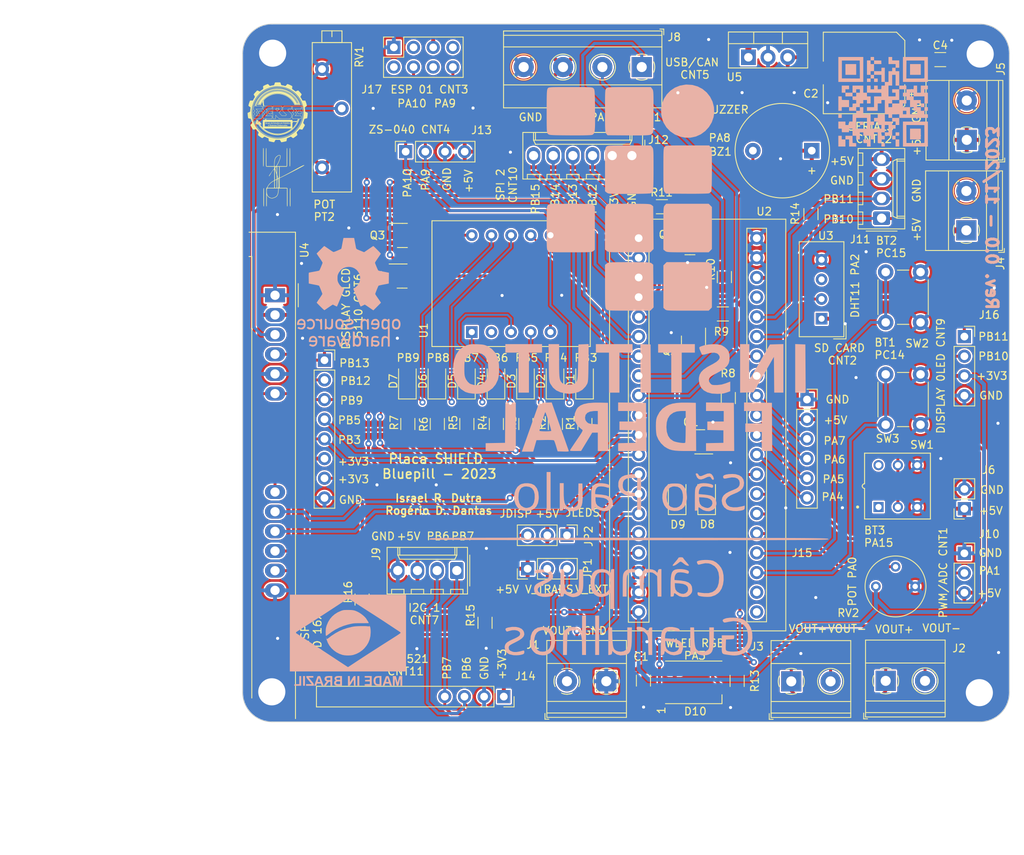
<source format=kicad_pcb>
(kicad_pcb (version 20221018) (generator pcbnew)
  (title_block (title "Placa Shield Bluepill-STM32") (date "2023-11-29") (rev "2.0") (company "IFSP - Guarulhos") (comment 1 "Israel R. Dutra") (comment 2 "Profº. Rogério D. Dantas") (comment 3 "Placa Shield Bluepill"))
  (layers (0 "F.Cu" mixed) (31 "B.Cu" mixed) (34 "B.Paste" user) (35 "F.Paste" user) (36 "B.SilkS" user "B.Silkscreen") (37 "F.SilkS" user "F.Silkscreen") (38 "B.Mask" user) (39 "F.Mask" user) (44 "Edge.Cuts" user))
  (net 0 "")
  (net 1 "+3V3")
  (net 2 "Net-(BZ1-+)")
  (net 3 "+5V")
  (net 4 "Earth")
  (net 5 "Net-(#FLG04-pwr)")
  (net 6 "/r1")
  (net 7 "/JLEDs")
  (net 8 "/r2")
  (net 9 "/r3")
  (net 10 "/r4")
  (net 11 "/r5")
  (net 12 "/r6")
  (net 13 "/r7")
  (net 14 "/V_ext")
  (net 15 "Net-(D8-A)")
  (net 16 "Net-(D9-A)")
  (net 18 "Net-(D10-DIN)")
  (net 19 "/PB11")
  (net 20 "/PB10")
  (net 21 "/PA0")
  (net 22 "/PA9")
  (net 23 "/PA6")
  (net 24 "/PA7")
  (net 25 "/PA5")
  (net 26 "/PA4")
  (net 27 "/PA1")
  (net 28 "/PA10")
  (net 29 "/PB3")
  (net 30 "/PB4")
  (net 31 "/PB5")
  (net 32 "/PB6")
  (net 33 "/PB7")
  (net 34 "/PB8")
  (net 35 "/V_Trans")
  (net 36 "/JDISP")
  (net 37 "Net-(Q1-B)")
  (net 38 "Net-(Q2-B)")
  (net 39 "/DISP1")
  (net 40 "Net-(Q3-B)")
  (net 41 "/DISP2")
  (net 42 "Net-(Q4-B)")
  (net 43 "Net-(Q5-B)")
  (net 44 "/PB9")
  (net 45 "/PB0")
  (net 46 "/PB1")
  (net 47 "/PA8")
  (net 48 "/PA3")
  (net 49 "/PA2")
  (net 50 "/PT2")
  (net 51 "/PC15")
  (net 53 "/PC14")
  (net 57 "/PC13")
  (net 59 "/PB12")
  (net 60 "/PB13")
  (net 61 "/PB14")
  (net 62 "/PB15")
  (net 63 "/PA11")
  (net 64 "/PA12")
  (net 65 "/PA15")
  (net 67 "Net-(#FLG01-pwr)")
  (net 72 "Net-(J7-Pin_7)")
  (footprint "TerminalBlock_Phoenix:TerminalBlock_Phoenix_MKDS-1,5-2-5.08_1x02_P5.08mm_Horizontal" (layer "F.Cu") (at 157.475 111.557)
    (fp_text reference "J1")
    (fp_text value "Screw_Terminal_01x02")
  )
  (footprint "Resistor_SMD:R_1206_3216Metric" (layer "F.Cu") (at 146.9 104.0125 90)
    (fp_text reference "R15")
    (fp_text value "220R")
  )
  (footprint "Package_TO_SOT_SMD:SOT-23" (layer "F.Cu") (at 173.355 54.93)
    (fp_text reference "Q5")
    (fp_text value "BC817")
  )
  (footprint "Resistor_SMD:R_1206_3216Metric" (layer "F.Cu") (at 155.9814 78.3443 90)
    (fp_text reference "R2")
    (fp_text value "R")
  )
  (footprint "Connector_Molex:Molex_KK-254_AE-6410-06A_1x06_P2.54mm_Vertical" (layer "F.Cu") (at 165.862 43.688 180)
    (fp_text reference "J12")
    (fp_text value "SPI_2")
  )
  (footprint "Package_TO_SOT_SMD:SOT-23" (layer "F.Cu") (at 136.1948 59.2407)
    (fp_text reference "Q4")
    (fp_text value "BC808")
  )
  (footprint "Display_7Segment:ELD_426XXXX" (layer "F.Cu") (at 145.1864 66.4718 90)
    (fp_text reference "U1")
    (fp_text value "ELD-426SYGWA")
  )
  (footprint "TerminalBlock_Phoenix:TerminalBlock_Phoenix_MKDS-1,5-2-5.08_1x02_P5.08mm_Horizontal" (layer "F.Cu") (at 209.093 41.661 90)
    (fp_text reference "J5")
    (fp_text value "Screw_Terminal_01x02")
  )
  (footprint "Connector_PinSocket_2.54mm:PinSocket_1x04_P2.54mm_Vertical" (layer "F.Cu") (at 136.652 43.18 90)
    (fp_text reference "J13")
    (fp_text value "Bluetooth ZS-040")
  )
  (footprint "Diode_SMD:D_1206_3216Metric" (layer "F.Cu") (at 171.704 87.754 90)
    (fp_text reference "D9")
    (fp_text value "1N4148")
  )
  (footprint "Connector_PinSocket_2.54mm:PinSocket_1x02_P2.54mm_Vertical" (layer "F.Cu") (at 208.788 89.281 180)
    (fp_text reference "J6")
    (fp_text value "Conn_01x02_Female")
  )
  (footprint "Button_Switch_THT:SW_PUSH_6mm_H7.3mm" (layer "F.Cu") (at 198.628 65.226 90)
    (fp_text reference "SW2")
    (fp_text value "SW_Push")
  )
  (footprint "Buzzer_Beeper:Buzzer_12x9.5RM7.6" (layer "F.Cu") (at 189.083 43.053 180)
    (fp_text reference "BZ1")
    (fp_text value "Buzzer")
  )
  (footprint "TerminalBlock_Phoenix:TerminalBlock_Phoenix_MKDS-1,5-2-5.08_1x02_P5.08mm_Horizontal" (layer "F.Cu") (at 198.628 111.506)
    (fp_text reference "J2")
    (fp_text value "Screw_Terminal_01x02")
  )
  (footprint "LED_SMD:LED_1206_3216Metric" (layer "F.Cu") (at 148.3125 72.8218 90)
    (fp_text reference "D4")
    (fp_text value "LED")
  )
  (footprint "Package_TO_SOT_THT:TO-220-3_Vertical" (layer "F.Cu") (at 180.9 31)
    (fp_text reference "U5")
    (fp_text value "LM7805_TO220")
  )
  (footprint "LED_SMD:LED_1206_3216Metric" (layer "F.Cu") (at 136.875 72.8218 90)
    (fp_text reference "D7")
    (fp_text value "LED")
  )
  (footprint "Connector_PinSocket_2.54mm:PinSocket_1x10_P2.54mm_Vertical" (layer "F.Cu") (at 149.322 113.538 -90)
    (fp_text reference "J14")
    (fp_text value "Acelerometro GY-521")
  )
  (footprint "Sensor:Aosong_DHT11_5.5x12.0_P2.54mm" (layer "F.Cu") (at 190.35 64.75 180)
    (fp_text reference "U3")
    (fp_text value "DHT11")
  )
  (footprint "LED_SMD:LED_1206_3216Metric" (layer "F.Cu") (at 159.75 72.8218 90)
    (fp_text reference "D1")
    (fp_text value "LED")
  )
  (footprint "LOGO" (layer "F.Cu") (at 120.142 38.1)
    (fp_text reference "G***" hide)
    (fp_text value "LOGO" hide)
  )
  (footprint "Resistor_SMD:R_1206_3216Metric" (layer "F.Cu") (at 159.7914 78.3443 -90)
    (fp_text reference "R1")
    (fp_text value "R")
  )
  (footprint "LED_SMD:LED_1206_3216Metric" (layer "F.Cu") (at 144.5 72.8218 90)
    (fp_text reference "D5")
    (fp_text value "LED")
  )
  (footprint "Connector_PinHeader_2.54mm:PinHeader_1x03_P2.54mm_Vertical" (layer "F.Cu") (at 152.4 97.028 90)
    (fp_text reference "JP1")
    (fp_text value "Jumper_3_Bridged12")
  )
  (footprint "Connector_PinSocket_2.54mm:PinSocket_1x04_P2.54mm_Vertical" (layer "F.Cu") (at 208.788 67.056)
    (fp_text reference "J16")
    (fp_text value "Display OLED 0.96''")
  )
  (footprint "LED_SMD:LED_1206_3216Metric" (layer "F.Cu") (at 152.125 72.8218 90)
    (fp_text reference "D3")
    (fp_text value "LED")
  )
  (footprint "Resistor_SMD:R_1206_3216Metric" (layer "F.Cu") (at 136.9314 78.3443 90)
    (fp_text reference "R7")
    (fp_text value "R")
  )
  (footprint "Package_TO_SOT_SMD:SOT-23" (layer "F.Cu") (at 173.8145 67.63 -90)
    (fp_text reference "Q2")
    (fp_text value "BC817")
  )
  (footprint "LED_SMD:LED_1206_3216Metric" (layer "F.Cu") (at 140.6875 72.8218 90)
    (fp_text reference "D6")
    (fp_text value "LED")
  )
  (footprint "Capacitor_SMD:C_1206_3216Metric" (layer "F.Cu") (at 205.675 31.3)
    (fp_text reference "C4")
    (fp_text value "100nF")
  )
  (footprint "footprint botão com retenção:SW_TL2201EEYA" (layer "F.Cu") (at 200.152 86.36)
    (fp_text reference "SW3")
    (fp_text value "SW_Push_DPDT")
  )
  (footprint "Package_TO_SOT_SMD:SOT-23" (layer "F.Cu") (at 136.2275 54)
    (fp_text reference "Q3")
    (fp_text value "BC808")
  )
  (footprint "Resistor_SMD:R_1206_3216Metric" (layer "F.Cu") (at 140.7414 78.3443 90)
    (fp_text reference "R6")
    (fp_text value "R")
  )
  (footprint "Display:WC1602A" (layer "F.Cu") (at 119.7864 61.722 -90)
    (fp_text reference "U4")
    (fp_text value "LCD-16x2")
  )
  (footprint "Connector_PinSocket_2.54mm:PinSocket_1x03_P2.54mm_Vertical" (layer "F.Cu") (at 208.788 95.04)
    (fp_text reference "J10")
    (fp_text value "PWM/ADC1")
  )
  (footprint "Connector_PinHeader_2.54mm:PinHeader_1x03_P2.54mm_Vertical" (layer "F.Cu") (at 157.48 92.71 -90)
    (fp_text reference "JP2")
    (fp_text value "Jumper_3_Bridged12")
  )
  (footprint "Connector_Molex:Molex_KK-254_AE-6410-04A_1x04_P2.54mm_Vertical" (layer "F.Cu") (at 143.256 97.262 180)
    (fp_text reference "J9")
    (fp_text value "I2C 1")
  )
  (footprint "Resistor_SMD:R_1206_3216Metric" (layer "F.Cu") (at 177.6075 64.135 180)
    (fp_text reference "R9")
    (fp_text value "R")
  )
  (footprint "Button_Switch_THT:SW_PUSH_6mm_H7.3mm" (layer "F.Cu") (at 198.628 78.434 90)
    (fp_text reference "SW1")
    (fp_text value "SW_Push")
  )
  (footprint "Connector_Molex:Molex_KK-254_AE-6410-04A_1x04_P2.54mm_Vertical" (layer "F.Cu") (at 198.1 51.77 90)
    (fp_text reference "J11")
    (fp_text value "Serial")
  )
  (footprint "Footprints:YAAJ_BluePill_SWD_1" (layer "F.Cu") (at 166.735 54.345)
    (fp_text reference "U2")
    (fp_text value "Bluepill" hide)
  )
  (footprint "TerminalBlock_Phoenix:TerminalBlock_Phoenix_MKDS-1,5-4-5.08_1x04_P5.08mm_Horizontal" (layer "F.Cu") (at 167.132 32.258 180)
    (fp_text reference "J8")
    (fp_text value "USB/CAN")
  )
  (footprint "Resistor_SMD:R_1206_3216Metric" (layer "F.Cu") (at 188.976 51.2465 -90)
    (fp_text reference "R14")
    (fp_text value "R")
  )
  (footprint "Resistor_SMD:R_1206_3216Metric" (layer "F.Cu") (at 171.45 60.7675 90)
    (fp_text reference "R12")
    (fp_text value "R")
  )
  (footprint "Connector_PinSocket_2.54mm:PinSocket_1x06_P2.54mm_Vertical" (layer "F.Cu") (at 188.5416 73.4064)
    (fp_text reference "J15")
    (fp_text value "SD CARD")
  )
  (footprint "Potentiometer_THT:Potentiometer_Bourns_3006P_Horizontal" (layer "F.Cu") (at 125.86 45.22 -90)
    (fp_text reference "RV1")
    (fp_text value "POT")
  )
  (footprint "Resistor_SMD:R_1206_3216Metric" (layer "F.Cu") (at 131.025 101.0125 90)
    (fp_text reference "R16")
    (fp_text value "R")
  )
  (footprint "LED_SMD:LED_WS2812B_PLCC4_5.0x5.0mm_P3.2mm" (layer "F.Cu") (at 173.842 111.7)
    (fp_text reference "D10")
    (fp_text value "WS2812B")
  )
  (footprint "Resistor_SMD:R_1206_3216Metric" (layer "F.Cu") (at 148.3614 78.3443 90)
    (fp_text reference "R4")
    (fp_text value "R")
  )
  (footprint "Resistor_SMD:R_1206_3216Metric" (layer "F.Cu") (at 152.1714 78.3443 90)
    (fp_text reference "R3")
    (fp_text value "R")
  )
  (footprint "Resistor_SMD:R_1206_3216Metric" (layer "F.Cu") (at 177.8 59.3745 90)
    (fp_text reference "R10")
    (fp_text value "R")
  )
  (footprint "Capacitor_SMD:CP_Elec_10x10" (layer "F.Cu") (at 195.834 33.02 180)
    (fp_text reference "C2")
    (fp_text value "1000uF/25V")
  )
  (footprint "Package_TO_SOT_SMD:SOT-23" (layer "F.Cu") (at 174.625 80.645 180)
    (fp_text reference "Q1")
    (fp_text value "BC817")
  )
  (footprint "LED_SMD:LED_1206_3216Metric" (layer "F.Cu") (at 155.9375 72.8218 90)
    (fp_text reference "D2")
    (fp_text value "LED")
  )
  (footprint "LOGO" (layer "F.Cu") (at 119.984 46.972)
    (fp_text reference "G***" hide)
    (fp_text value "LOGO" hide)
  )
  (footprint "TerminalBlock_Phoenix:TerminalBlock_Phoenix_MKDS-1,5-2-5.08_1x02_P5.08mm_Horizontal" (layer "F.Cu") (at 186.436 111.57)
    (fp_text reference "J3")
    (fp_text value "Screw_Terminal_01x02")
  )
  (footprint "Potentiometer_THT:Potentiometer_Bourns_3339P_Vertical" (layer "F.Cu") (at 197.358 99.314 -90)
    (fp_text reference "RV2")
    (fp_text value "POT")
  )
  (footprint "Resistor_SMD:R_1206_3216Metric" (layer "F.Cu") (at 179.45 111.5125 -90)
    (fp_text reference "R13")
    (fp_text value "470R")
  )
  (footprint "Capacitor_SMD:C_1206_3216Metric" (layer "F.Cu") (at 167.35 111.475 -90)
    (fp_text reference "C1")
    (fp_text value "C")
  )
  (footprint "Connector_PinSocket_2.54mm:PinSocket_2x04_P2.54mm_Vertical" (layer "F.Cu") (at 135.128 29.718 90)
    (fp_text reference "J17")
    (fp_text value "Modulo WIFI ESP01")
  )
  (footprint "Connector_PinSocket_2.54mm:PinSocket_1x08_P2.54mm_Vertical" (layer "F.Cu") (at 126.17 70.11)
    (fp_text reference "J7")
    (fp_text value "Display LCD 5110")
  )
  (footprint "Resistor_SMD:R_1206_3216Metric" (layer "F.Cu") (at 144.5514 78.3443 90)
    (fp_text reference "R5")
    (fp_text value "R")
  )
  (footprint "TerminalBlock_Phoenix:TerminalBlock_Phoenix_MKDS-1,5-2-5.08_1x02_P5.08mm_Horizontal" (layer "F.Cu") (at 209.042 53.34 90)
    (fp_text reference "J4")
    (fp_text value "Screw_Terminal_01x02")
  )
  (footprint "Resistor_SMD:R_1206_3216Metric" (layer "F.Cu") (at 178.308 74.9915 90)
    (fp_text reference "R8")
    (fp_text value "R")
  )
  (footprint "Resistor_SMD:R_1206_3216Metric" (layer "F.Cu") (at 169.7335 50.292 180)
    (fp_text reference "R11")
    (fp_text value "R")
  )
  (footprint "Diode_SMD:D_1206_3216Metric" (layer "F.Cu") (at 175.514 87.754 90)
    (fp_text reference "D8")
    (fp_text value "1N4148")
  )
  (footprint "LOGO" (layer "B.Cu") (at 198.2 36.77 180)
    (fp_text reference "G***" hide)
    (fp_text value "LOGO" hide)
  )
  (footprint "LOGO" (layer "B.Cu") (at 129.31 61.34 180)
    (fp_text reference "G***" hide)
    (fp_text value "LOGO" hide)
  )
  (footprint "LOGO" (layer "B.Cu") (at 129.2 106.45 180)
    (fp_text reference "G***" hide)
    (fp_text value "LOGO" hide)
  )
  (footprint "LOGO" (layer "B.Cu") (at 165.608 71.247 180)
    (fp_text reference "G***" hide)
    (fp_text value "LOGO" hide)
  )
  (gr_arc (start 210.8 26.7) (mid 213.487005 27.812994) (end 214.6 30.5) (stroke (width 0.1)) (layer "Edge.Cuts"))
  (gr_arc (start 214.6 113) (mid 213.487006 115.687005) (end 210.8 116.8) (stroke (width 0.1)) (layer "Edge.Cuts"))
  (gr_arc (start 119.4 116.8) (mid 116.712995 115.687006) (end 115.6 113) (stroke (width 0.1)) (layer "Edge.Cuts"))
  (gr_line (start 119.4 116.8) (end 210.8 116.8) (stroke (width 0.1)) (layer "Edge.Cuts"))
  (gr_line (start 115.6 30.5) (end 115.6 113) (stroke (width 0.1)) (layer "Edge.Cuts"))
  (gr_arc (start 115.6 30.5) (mid 116.712994 27.812995) (end 119.4 26.700002) (stroke (width 0.1)) (layer "Edge.Cuts"))
  (gr_line (start 210.8 26.7) (end 119.4 26.7) (stroke (width 0.1)) (layer "Edge.Cuts"))
  (gr_line (start 214.6 113) (end 214.6 30.5) (stroke (width 0.1)) (layer "Edge.Cuts"))
  (gr_text "Rev. 0.0 - 11/2023" (at 212.33 51.72 270) (layer "B.SilkS") (effects (font (size 1.5 1.5) (thickness 0.375) bold) (justify mirror)))
  (gr_text "PA1" (at 213.55 97.286) (layer "F.SilkS") (effects (font (size 1 1)) (justify right)))
  (gr_text "+5V" (at 151.384 99.695) (layer "F.SilkS") (effects (font (size 1 1)) (justify right)))
  (gr_text "ESP 01 CNT3" (at 139.7254 35.1536) (layer "F.SilkS") (effects (font (size 1 1))))
  (gr_text "BUZZER" (at 178 37.75) (layer "F.SilkS") (effects (font (size 1 1))))
  (gr_text "PA5" (at 191.897 85.471) (layer "F.SilkS") (effects (font (size 1 1))))
  (gr_text "PA10" (at 136.87 47.23 90) (layer "F.SilkS") (effects (font (size 1 1))))
  (gr_text "SD CARD \nCNT2" (at 193.04 69.342) (layer "F.SilkS") (effects (font (size 1 1))))
  (gr_text "VOUT-" (at 205.85 104.7) (layer "F.SilkS") (effects (font (size 1 1))))
  (gr_text "POT\nPT2" (at 126.15 50.8) (layer "F.SilkS") (effects (font (size 1 1))))
  (gr_text "PB4" (at 156.05 69.8) (layer "F.SilkS") (effects (font (size 1 1))))
  (gr_text "PB11" (at 212.55 67.056) (layer "F.SilkS") (effects (font (size 1 1))))
  (gr_text "+3V3" (at 149.098 109.347 90) (layer "F.SilkS") (effects (font (size 1 1))))
  (gr_text "PB11" (at 192.55 49.3) (layer "F.SilkS") (effects (font (size 1 1))))
  (gr_text "GND" (at 133.731 92.837) (layer "F.SilkS") (effects (font (size 1 1))))
  (gr_text "DISPLAY GLCD \n5110 CNT6" (at 129.75 63.075 90) (layer "F.SilkS") (effects (font (size 1 1))))
  (gr_text "PB10" (at 192.55 51.9) (layer "F.SilkS") (effects (font (size 1 1))))
  (gr_text "SERIAL3 \nCNT12" (at 197.1 40.75) (layer "F.SilkS") (effects (font (size 1 1))))
  (gr_text "+5V" (at 202.625 53.275 90) (layer "F.SilkS") (effects (font (size 1 1))))
  (gr_text "Israel R. Dutra\nRogério D. Dantas" (at 140.925 88.725) (layer "F.SilkS") (effects (font (size 1 1) (thickness 0.2) bold)))
  (gr_text "+5V" (at 212 100.186) (layer "F.SilkS") (effects (font (size 1 1))))
  (gr_text "PA10" (at 137.4648 36.957) (layer "F.SilkS") (effects (font (size 1 1))))
  (gr_text "JDISP" (at 150.876 89.916) (layer "F.SilkS") (effects (font (size 1 1))))
  (gr_text "PB9" (at 136.975 69.8) (layer "F.SilkS") (effects (font (size 1 1))))
  (gr_text "+5V" (at 137.033 92.837) (layer "F.SilkS") (effects (font (size 1 1))))
  (gr_text "GND" (at 146.812 109.855 90) (layer "F.SilkS") (effects (font (size 1 1))))
  (gr_text "PB7" (at 144.018 92.837) (layer "F.SilkS") (effects (font (size 1 1))))
  (gr_text "PB6" (at 148.425 69.8) (layer "F.SilkS") (effects (font (size 1 1))))
  (gr_text "JLEDS" (at 159.512 89.789) (layer "F.SilkS") (effects (font (size 1 1))))
  (gr_text "PA4" (at 191.77 87.757) (layer "F.SilkS") (effects (font (size 1 1))))
  (gr_text "+3V3" (at 129.921 83.185) (layer "F.SilkS") (effects (font (size 1 1))))
  (gr_text "PB7" (at 144.625 69.8) (layer "F.SilkS") (effects (font (size 1 1))))
  (gr_text "+5V" (at 154.94 89.916) (layer "F.SilkS") (effects (font (size 1 1))))
  (gr_text "+5V" (at 192.978571 44.4) (layer "F.SilkS") (effects (font (size 1 1))))
  (gr_text "POT PA0" (at 194.31 95.377 90) (layer "F.SilkS") (effects (font (size 1 1)) (justify right)))
  (gr_text "VOUT" (at 156.21 105.029) (layer "F.SilkS") (effects (font (size 1 1))))
  (gr_text "GND" (at 202.625 37.975 90) (layer "F.SilkS") (effects (font (size 1 1))))
  (gr_text "GND" (at 212.25 74.676) (layer "F.SilkS") (effects (font (size 1 1))))
  (gr_text "ZS-040 CNT4" (at 137.15 40.325) (layer "F.SilkS") (effects (font (size 1 1))))
  (gr_text "SPI 2\nCNT10" (at 149.7 47.45 90) (layer "F.SilkS") (effects (font (size 1 1))))
  (gr_text "PB6" (at 144.526 109.855 90) (layer "F.SilkS") (effects (font (size 1 1))))
  (gr_text "PB14" (at 155.956 49.276 90) (layer "F.SilkS") (effects (font (size 1 1))))
  (gr_text "VOUT+" (at 199.75 104.85) (layer "F.SilkS") (effects (font (size 1 1))))
  (gr_text "DISPLAY 0LED CNT9" (at 205.74 72.136 90) (layer "F.SilkS") (effects (font (size 1 1))))
  (gr_text "GY-521\nCNT11" (at 136.652 109.474) (layer "F.SilkS") (effects (font (size 1 1))))
  (gr_text "VOUT+" (at 188.595 104.775) (layer "F.SilkS") (effects (font (size 1 1))))
  (gr_text "V_EXT" (at 160.655 99.695) (layer "F.SilkS") (effects (font (size 1 1))))
  (gr_text "DISPLAY\nLCD 16X2" (at 124.46 101.6 90) (layer "F.SilkS") (effects (font (size 1 1)) (justify right)))
  (gr_text "V_TRANS" (at 155.194 99.695) (layer "F.SilkS") (effects (font (size 1 1))))
  (gr_text "PA9" (at 139.22 46.82 90) (layer "F.SilkS") (effects (font (size 1 1))))
  (gr_text "GND" (at 212.15 94.986) (layer "F.SilkS") (effects (font (size 1 1))))
  (gr_text "BT1\nPC14" (at 197.1 68.625) (layer "F.SilkS") (effects (font (size 1 1)) (justify left)))
  (gr_text "GND" (at 141.986 46.736 90) (layer "F.SilkS") (effects (font (size 1 1))))
  (gr_text "GND" (at 192.405 75.184) (layer "F.SilkS") (effects (font (size 1 1))))
  (gr_text "PB13" (at 130.048 70.485) (layer "F.SilkS") (effects (font (size 1 1))))
  (gr_text "PB5" (at 129.4 77.851) (layer "F.SilkS") (effects (font (size 1 1))))
  (gr_text "BT2 \nPC15" (at 197.28 55.47) (layer "F.SilkS") (effects (font (size 1 1)) (justify left)))
  (gr_text "GND" (at 212.35 86.85) (layer "F.SilkS") (effects (font (size 1 1))))
  (gr_text "USB/CAN \nCNT5" (at 174 32.45) (layer "F.SilkS") (effects (font (size 1 1))))
  (gr_text "GND" (at 161.1 105.05) (layer "F.SilkS") (effects (font (size 1 1))))
  (gr_text "PB10" (at 212.55 69.596) (layer "F.SilkS") (effects (font (size 1 1))))
  (gr_text "PB7" (at 141.986 109.855 90) (layer "F.SilkS") (effects (font (size 1 1))))
  (gr_text "+3V3" (at 129.921 85.471) (layer "F.SilkS") (effects (font (size 1 1))))
  (gr_text "+5V" (at 157.099 38.608) (layer "F.SilkS") (effects (font (size 1 1))))
  (gr_text "PB12" (at 160.782 49.276 90) (layer "F.SilkS") (effects (font (size 1 1))))
  (gr_text "WLED RGB\nPA3" (at 174 107.45) (layer "F.SilkS") (effects (font (size 1 1))))
  (gr_text "PA7" (at 192.024 80.518) (layer "F.SilkS") (effects (font (size 1 1))))
  (gr_text "PA9" (at 141.732 36.957) (layer "F.SilkS") (effects (font (size 1 1))))
  (gr_text "PB13" (at 158.242 49.276 90) (layer "F.SilkS") (effects (font (size 1 1))))
  (gr_text "VOUT-" (at 193.675 104.775) (layer "F.SilkS") (effects (font (size 1 1))))
  (gr_text "PA8" (at 177.2 41.4) (layer "F.SilkS") (effects (font (size 1 1))))
  (gr_text "PB15" (at 153.416 49.276 90) (layer "F.SilkS") (effects (font (size 1 1))))
  (gr_text "+5V" (at 192.151 77.851) (layer "F.SilkS") (effects (font (size 1 1))))
  (gr_text "PB3" (at 159.925 69.8) (layer "F.SilkS") (effects (font (size 1 1))))
  (gr_text "GND" (at 131.191 88.138) (layer "F.SilkS") (effects (font (size 1 1)) (justify right)))
  (gr_text "+5V" (at 144.78 46.99 90) (layer "F.SilkS") (effects (font (size 1 1))))
  (gr_text "PB6" (at 140.843 92.837) (layer "F.SilkS") (effects (font (size 1 1))))
  (gr_text "+5V" (at 202.625 42.2 90) (layer "F.SilkS") (effects (font (size 1 1))))
  (gr_text "PB9" (at 129.667 75.311) (layer "F.SilkS") (effects (font (size 1 1))))
  (gr_text "GND" (at 202.625 48.2 90) (layer "F.SilkS") (effects (font (size 1 1))))
  (gr_text "I2C 1\nCNT7" (at 139.065 102.87) (layer "F.SilkS") (effects (font (size 1 1))))
  (gr_text "GND" (at 152.781 38.735) (layer "F.SilkS") (effects (font (size 1 1))))
  (gr_text "+3V3" (at 163.576 49.276 90) (layer "F.SilkS") (effects (font (size 1 1))))
  (gr_text "PA12" (at 162.306 38.735) (layer "F.SilkS") (effects (font (size 1 1))))
  (gr_text "PWM/ADC CNT1" (at 206.05 97.536 90) (layer "F.SilkS") (effects (font (size 1 1))))
  (gr_text "PA6" (at 192.024 82.931) (layer "F.SilkS") (effects (font (size 1 1))))
  (gr_text "PB3" (at 129.413 80.391) (layer "F.SilkS") (effects (font (size 1 1))))
  (gr_text "PA11" (at 167.767 38.735) (layer "F.SilkS") (effects (font (size 1 1))))
  (gr_text "GND" (at 192.978571 46.9) (layer "F.SilkS") (effects (font (size 1 1))))
  (gr_text "GND" (at 165.862 49.022 90) (layer "F.SilkS") (effects (font (size 1 1))))
  (gr_text "+3V3" (at 212.344 72.136) (layer "F.SilkS") (effects (font (size 1 1))))
  (gr_text "BT3 \nPA15" (at 195.75 92.875) (layer "F.SilkS") (effects (font (size 1 1)) (justify left)))
  (gr_text "Placa SHIELD \nBluepill - 2023" (at 141 83.825) (layer "F.SilkS") (effects (font (size 1.2 1.2) (thickness 0.2) bold)))
  (gr_text "PB8" (at 140.85 69.8) (layer "F.SilkS") (effects (font (size 1 1))))
  (gr_text "PB5" (at 152.275 69.8) (layer "F.SilkS") (effects (font (size 1 1))))
  (gr_text "PB12" (at 130.175 72.771) (layer "F.SilkS") (effects (font (size 1 1))))
  (gr_text "+5V" (at 212.217 89.535) (layer "F.SilkS") (effects (font (size 1 1))))
  (gr_text "DHT11 PA2" (at 194.675 60.5 90) (layer "F.SilkS") (effects (font (size 1 1))))
  (segment (start 127.025 102.5) (end 131 102.5) (width 0.508) (layer "F.Cu") (net 1))
  (segment (start 159.15 94.8) (end 149.575 94.8) (width 0.508) (layer "F.Cu") (net 1))
  (segment (start 162.4041 102.6541) (end 160.8 101.05) (width 0.508) (layer "F.Cu") (net 1))
  (segment (start 205.232 63.482) (end 203.7 61.95) (width 0.508) (layer "F.Cu") (net 1))
  (segment (start 149.322 103.072) (end 148.75 102.5) (width 0.508) (layer "F.Cu") (net 1))
  (segment (start 192.5 50.6) (end 192.5 60.05) (width 0.508) (layer "F.Cu") (net 1))
  (segment (start 191.684 49.784) (end 192.5 50.6) (width 0.508) (layer "F.Cu") (net 1))
  (segment (start 146.558 36.158) (end 150.25 39.85) (width 0.508) (layer "F.Cu") (net 1))
  (segment (start 146.9 102.55) (end 131.1 102.55) (width 0.508) (layer "F.Cu") (net 1))
  (segment (start 188.976 49.784) (end 191.684 49.784) (width 0.508) (layer "F.Cu") (net 1))
  (segment (start 187.071 43.053) (end 189.083 43.053) (width 0.508) (layer "F.Cu") (net 1))
  (segment (start 186.066 49.784) (end 188.976 49.784) (width 0.508) (layer "F.Cu") (net 1))
  (segment (start 124.84 82.81) (end 123.952 83.698) (width 0.508) (layer "F.Cu") (net 1))
  (segment (start 145.686 27.686) (end 146.558 28.558) (width 0.508) (layer "F.Cu") (net 1))
  (segment (start 183.896 39.878) (end 187.071 43.053) (width 0.508) (layer "F.Cu") (net 1))
  (segment (start 184.92 58.68) (end 184.92 50.93) (width 0.508) (layer "F.Cu") (net 1))
  (segment (start 131.1 102.55) (end 131.025 102.475) (width 0.508) (layer "F.Cu") (net 1))
  (segment (start 148.125 100.825) (end 146.9 102.05) (width 0.508) (layer "F.Cu") (net 1))
  (segment (start 140.208 28.492) (end 141.014 27.686) (width 0.508) (layer "F.Cu") (net 1))
  (segment (start 161.694 39.85) (end 163.322 41.478) (width 0.508) (layer "F.Cu") (net 1))
  (segment (start 191.6 64.75) (end 190.35 64.75) (width 0.508) (layer "F.Cu") (net 1))
  (segment (start 163.322 43.688) (end 163.322 41.478) (width 0.508) (layer "F.Cu") (net 1))
  (segment (start 146.95 102.5) (end 146.9 102.55) (width 0.508) (layer "F.Cu") (net 1))
  (segment (start 189.083 43.053) (end 189.083 49.677) (width 0.508) (layer "F.Cu") (net 1))
  (segment (start 166.74338 102.6541) (end 162.4041 102.6541) (width 0.508) (layer "F.Cu") (net 1))
  (segment (start 208.788 72.136) (end 206.611 72.136) (width 0.508) (layer "F.Cu") (net 1))
  (segment (start 146.9 102.05) (end 146.9 102.55) (width 0.508) (layer "F.Cu") (net 1))
  (segment (start 131 102.5) (end 131.025 102.475) (width 0.508) (layer "F.Cu") (net 1))
  (segment (start 126.17 82.81) (end 124.84 82.81) (width 0.508) (layer "F.Cu") (net 1))
  (segment (start 160.8 101.05) (end 160.8 96.45) (width 0.508) (layer "F.Cu") (net 1))
  (segment (start 123.952 99.427) (end 127.025 102.5) (width 0.508) (layer "F.Cu") (net 1))
  (segment (start 149.322 113.538) (end 149.322 103.072) (width 0.508) (layer "F.Cu") (net 1))
  (segment (start 203.7 61.95) (end 194.4 61.95) (width 0.508) (layer "F.Cu") (net 1))
  (segment (start 205.232 70.757) (end 205.232 63.482) (width 0.508) (layer "F.Cu") (net 1))
  (segment (start 184.92 50.93) (end 186.066 49.784) (width 0.508) (layer "F.Cu") (net 1))
  (segment (start 150.25 39.85) (end 161.694 39.85) (width 0.508) (layer "F.Cu") (net 1))
  (segment (start 146.558 28.558) (end 146.558 36.158) (width 0.508) (layer "F.Cu") (net 1))
  (segment (start 160.8 96.45) (end 159.15 94.8) (width 0.508) (layer "F.Cu") (net 1))
  (segment (start 148.125 96.25) (end 148.125 100.825) (width 0.508) (layer "F.Cu") (net 1))
  (segment (start 123.952 83.698) (end 123.952 99.427) (width 0.508) (layer "F.Cu") (net 1))
  (segment (start 184.1259 59.4741) (end 184.92 58.68) (width 0.508) (layer "F.Cu") (net 1))
  (segment (start 181.98338 59.4741) (end 184.1259 59.4741) (width 0.508) (layer "F.Cu") (net 1))
  (segment (start 192.5 60.05) (end 194.4 61.95) (width 0.508) (layer "F.Cu") (net 1))
  (segment (start 194.4 61.95) (end 191.6 64.75) (width 0.508) (layer "F.Cu") (net 1))
  (segment (start 148.75 102.5) (end 146.95 102.5) (width 0.508) (layer "F.Cu") (net 1))
  (segment (start 149.575 94.8) (end 148.125 96.25) (width 0.508) (layer "F.Cu") (net 1))
  (segment (start 206.611 72.136) (end 205.232 70.757) (width 0.508) (layer "F.Cu") (net 1))
  (segment (start 140.208 29.718) (end 140.208 28.492) (width 0.508) (layer "F.Cu") (net 1))
  (segment (start 189.083 49.677) (end 188.976 49.784) (width 0.508) (layer "F.Cu") (net 1))
  (segment (start 164.922 39.878) (end 183.896 39.878) (width 0.508) (layer "F.Cu") (net 1))
  (segment (start 163.322 41.478) (end 164.922 39.878) (width 0.508) (layer "F.Cu") (net 1))
  (segment (start 141.014 27.686) (end 145.686 27.686) (width 0.508) (layer "F.Cu") (net 1))
  (segment (start 181 111.35) (end 188.05 104.3) (width 0.508) (layer "B.Cu") (net 1))
  (segment (start 210.236 72.136) (end 211.328 73.228) (width 0.508) (layer "B.Cu") (net 1))
  (segment (start 195.4 104.3) (end 197.358 102.342) (width 0.508) (layer "B.Cu") (net 1))
  (segment (start 211.328 100.932) (end 209.644 102.616) (width 0.508) (layer "B.Cu") (net 1))
  (segment (start 197.358 100.918) (end 197.358 99.314) (width 0.508) (layer "B.Cu") (net 1))
  (segment (start 188.05 104.3) (end 195.4 104.3) (width 0.508) (layer "B.Cu") (net 1))
  (segment (start 199.056 102.616) (end 197.358 100.918) (width 0.508) (layer "B.Cu") (net 1))
  (segment (start 211.328 73.228) (end 211.328 100.932) (width 0.508) (layer "B.Cu") (net 1))
  (segment (start 197.358 102.342) (end 197.358 100.862) (width 0.508) (layer "B.Cu") (net 1))
  (segment (start 209.644 102.616) (end 199.056 102.616) (width 0.508) (layer "B.Cu") (net 1))
  (segment (start 208.788 72.136) (end 210.236 72.136) (width 0.508) (layer "B.Cu") (net 1))
  (segment (start 166.74338 110.04338) (end 168.05 111.35) (width 0.508) (layer "B.Cu") (net 1))
  (segment (start 168.05 111.35) (end 181 111.35) (width 0.508) (layer "B.Cu") (net 1))
  (segment (start 166.74338 102.6541) (end 166.74338 110.04338) (width 0.508) (layer "B.Cu") (net 1))
  (segment (start 179.07 62.484) (end 179.578 61.976) (width 0.381) (layer "F.Cu") (net 2))
  (segment (start 179.578 61.976) (end 179.578 49.032) (width 0.381) (layer "F.Cu") (net 2))
  (segment (start 181.483 47.127) (end 181.483 43.053) (width 0.381) (layer "F.Cu") (net 2))
  (segment (start 175.006 62.484) (end 179.07 62.484) (width 0.381) (layer "F.Cu") (net 2))
  (segment (start 179.578 49.032) (end 181.483 47.127) (width 0.381) (layer "F.Cu") (net 2))
  (segment (start 174.2925 61.7705) (end 175.006 62.484) (width 0.381) (layer "F.Cu") (net 2))
  (segment (start 174.2925 54.93) (end 174.2925 61.7705) (width 0.381) (layer "F.Cu") (net 2))
  (segment (start 167.368 114.894) (end 167.35 114.876) (width 0.381) (layer "F.Cu") (net 4))
  (segment (start 176.292 114.142) (end 176.292 113.35) (width 0.381) (layer "F.Cu") (net 4))
  (segment (start 177.1 114.95) (end 176.292 114.142) (width 0.381) (layer "F.Cu") (net 4))
  (segment (start 207.159 28.796) (end 207.15 28.805) (width 0.25) (layer "F.Cu") (net 4))
  (segment (start 172.8645 66.6925) (end 171.0865 66.6925) (width 0.381) (layer "F.Cu") (net 4))
  (segment (start 178.6 114.95) (end 177.1 114.95) (width 0.381) (layer "F.Cu") (net 4))
  (segment (start 191.897 36.1) (end 191.135 36.862) (width 0.762) (layer "F.Cu") (net 4))
  (segment (start 207.15 28.805) (end 207.15 31.3) (width 0.25) (layer "F.Cu") (net 4))
  (segment (start 175.5625 78.8625) (end 175.5625 79.695) (width 0.381) (layer "F.Cu") (net 4))
  (segment (start 167.35 114.876) (end 167.35 112.95) (width 0.381) (layer "F.Cu") (net 4))
  (segment (start 173.05 57.5) (end 172.4175 56.8675) (width 0.381) (layer "F.Cu") (net 4))
  (segment (start 176.325 78.1) (end 175.5625 78.8625) (width 0.381) (layer "F.Cu") (net 4))
  (segment (start 171.0865 66.6925) (end 170.942 66.548) (width 0.381) (layer "F.Cu") (net 4))
  (segment (start 191.897 32.988) (end 191.897 36.1) (width 0.762) (layer "F.Cu") (net 4))
  (segment (start 172.4175 56.8675) (end 172.4175 55.88) (width 0.381) (layer "F.Cu") (net 4))
  (via (at 187.675 107.975) (size 0.8) (drill 0.4) (layers "F.Cu" "B.Cu") (net 4))
  (via (at 147.075 94.4) (size 0.8) (drill 0.4) (layers "F.Cu" "B.Cu") (net 4))
  (via (at 156.8 61.725) (size 0.8) (drill 0.4) (layers "F.Cu" "B.Cu") (net 4))
  (via (at 129.31 53.03) (size 0.8) (drill 0.4) (layers "F.Cu" "B.Cu") (net 4))
  (via (at 193.4 65.4) (size 0.8) (drill 0.4) (layers "F.Cu" "B.Cu") (net 4))
  (via (at 132.95 86.2) (size 0.8) (drill 0.4) (layers "F.Cu" "B.Cu") (net 4))
  (via (at 138.1 107.35) (size 0.8) (drill 0.4) (layers "F.Cu" "B.Cu") (net 4))
  (via (at 210.83 30.58) (size 4) (drill 3.5) (layers "F.Cu" "B.Cu") (net 4))
  (via (at 170.942 66.548) (size 0.8) (drill 0.4) (layers "F.Cu" "B.Cu") (net 4))
  (via (at 189.6 100.75) (size 0.8) (drill 0.4) (layers "F.Cu" "B.Cu") (net 4))
  (via (at 140.6 86.2) (size 0.8) (drill 0.4) (layers "F.Cu" "B.Cu") (net 4))
  (via (at 180.086 35.56) (size 0.8) (drill 0.4) (layers "F.Cu" "B.Cu") (net 4))
  (via (at 150.175 43.25) (size 0.8) (drill 0.4) (layers "F.Cu" "B.Cu") (net 4))
  (via (at 213.125 78.25) (size 0.8) (drill 0.4) (layers "F.Cu" "B.Cu") (net 4))
  (via (at 171.8 35.575) (size 0.8) (drill 0.4) (layers "F.Cu" "B.Cu") (net 4))
  (via (at 193.04 89.154) (size 0.8) (drill 0.4) (layers "F.Cu" "B.Cu") (net 4))
  (via (at 135.58 67.27) (size 0.8) (drill 0.4) (layers "F.Cu" "B.Cu") (net 4))
  (via (at 167.8 106.45) (size 0.8) (drill 0.4) (layers "F.Cu" "B.Cu") (net 4))
  (via (at 120.1 51.3) (size 0.8) (drill 0.4) (layers "F.Cu" "B.Cu") (net 4))
  (via (at 194.8 72.35) (size 0.8) (drill 0.4) (layers "F.Cu" "B.Cu") (net 4))
  (via (at 178.525 94.925) (size 0.8) (drill 0.4) (layers "F.Cu" "B.Cu") (net 4))
  (via (at 207.159 28.796) (size 0.8) (drill 0.4) (layers "F.Cu" "B.Cu") (net 4))
  (via (at 185.725 89.175) (size 0.8) (drill 0.4) (layers "F.Cu" "B.Cu") (net 4))
  (via (at 145.35 37.55) (size 0.8) (drill 0.4) (layers "F.Cu" "B.Cu") (net 4))
  (via (at 213.2 107.85) (size 0.8) (drill 0.4) (layers "F.Cu" "B.Cu") (net 4))
  (via (at 178.6 83.35) (size 0.8) (drill 0.4) (layers "F.Cu" "B.Cu") (net 4))
  (via (at 205.74 82.804) (size 0.8) (drill 0.4) (layers "F.Cu" "B.Cu") (net 4))
  (via (at 196.1 56.1) (size 0.8) (drill 0.4) (layers "F.Cu" "B.Cu") (net 4))
  (via (at 212.65 60.775) (size 0.8) (drill 0.4) (layers "F.Cu" "B.Cu") (net 4))
  (via (at 120.12 106.02) (size 0.8) (drill 0.4) (layers "F.Cu" "B.Cu") (net 4))
  (via (at 123.34 67.27) (size 0.8) (drill 0.4) (layers "F.Cu" "B.Cu") (net 4))
  (via (at 176.325 78.1) (size 0.8) (drill 0.4) (layers "F.Cu" "B.Cu") (net 4))
  (via (at 191.135 36.862) (size 0.8) (drill 0.4) (layers "F.Cu" "B.Cu") (net 4))
  (via (at 210.72 113.03) (size 4) (drill 3.5) (layers "F.Cu" "B.Cu") (net 4))
  (via (at 185.05 44.1) (size 0.8) (drill 0.4) (layers "F.Cu" "B.Cu") (net 4))
  (via (at 175.768 28.702) (size 0.8) (drill 0.4) (layers "F.Cu" "B.Cu") (net 4))
  (via (at 119.37 112.92) (size 4) (drill 3.5) (layers "F.Cu" "B.Cu") (net 4))
  (via (at 178.6 114.95) (size 0.8) (drill 0.4) (layers "F.Cu" "B.Cu") (net 4))
  (via (at 167.368 114.894) (size 0.8) (drill 0.4) (layers "F.Cu" "B.Cu") (net 4))
  (via (at 119.48 30.47) (size 4) (drill 3.5) (layers "F.Cu" "B.Cu") (net 4))
  (via (at 173.05 57.5) (size 0.8) (drill 0.4) (layers "F.Cu" "B.Cu") (net 4))
  (via (at 149.1 61.75) (size 0.8) (drill 0.4) (layers "F.Cu" "B.Cu") (net 4))
  (via (at 147.05 107.3) (size 0.8) (drill 0.4) (layers "F.Cu" "B.Cu") (net 4))
  (via (at 123.21 57.61) (size 0.8) (drill 0.4) (layers "F.Cu" "B.Cu") (net 4))
  (via (at 203 28.75) (size 0.8) (drill 0.4) (layers "F.Cu" "B.Cu") (net 4))
  (via (at 132.461 37.592) (size 0.8) (drill 0.4) (layers "F.Cu" "B.Cu") (net 4))
  (via (at 186.817 35.56) (size 0.8) (drill 0.4) (layers "F.Cu" "B.Cu") (net 4))
  (segment (start 187.675 107.975) (end 186.625 107.975) (width 0.381) (layer "B.Cu") (net 4))
  (segment (start 186.625 107.975) (end 179.65 114.95) (width 0.381) (layer "B.Cu") (net 4))
  (segment (start 179.65 114.95) (end 178.6 114.95) (width 0.381) (layer "B.Cu") (net 4))
  (segment (start 198.114 29.464) (end 199.834 31.184) (width 0.762) (layer "F.Cu") (net 5))
  (segment (start 180.9 29.7) (end 181.8 28.8) (width 0.762) (layer "F.Cu") (net 5))
  (segment (start 204.724 51.274) (end 204.724 43.174) (width 0.762) (layer "F.Cu") (net 5))
  (segment (start 180.9 31) (end 180.9 29.7) (width 0.762) (layer "F.Cu") (net 5))
  (segment (start 204.724 43.174) (end 199.834 38.284) (width 0.762) (layer "F.Cu") (net 5))
  (segment (start 199.834 38.284) (end 199.834 33.02) (width 0.762) (layer "F.Cu") (net 5))
  (segment (start 209.042 53.34) (end 206.79 53.34) (width 0.762) (layer "F.Cu") (net 5))
  (segment (start 206.79 53.34) (end 204.724 51.274) (width 0.762) (layer "F.Cu") (net 5))
  (segment (start 181.8 28.8) (end 197.45 28.8) (width 0.762) (layer "F.Cu") (net 5))
  (segment (start 197.45 28.8) (end 198.114 29.464) (width 0.762) (layer "F.Cu") (net 5))
  (segment (start 199.834 31.184) (end 199.834 33.02) (width 0.762) (layer "F.Cu") (net 5))
  (segment (start 162.125 73.525) (end 162.125 63.2904) (width 0.25) (layer "F.Cu") (net 6))
  (segment (start 159.7914 76.8818) (end 159.7914 74.2632) (width 0.25) (layer "F.Cu") (net 6))
  (segment (start 159.75 74.2218) (end 161.4282 74.2218) (width 0.25) (layer "F.Cu") (net 6))
  (segment (start 159.7914 74.2632) (end 159.75 74.2218) (width 0.25) (layer "F.Cu") (net 6))
  (segment (start 162.125 63.2904) (end 152.8064 53.9718) (width 0.25) (layer "F.Cu") (net 6))
  (segment (start 161.4282 74.2218) (end 162.125 73.525) (width 0.25) (layer "F.Cu") (net 6))
  (segment (start 142.466 89.966) (end 142.466 89.916) (width 0.381) (layer "F.Cu") (net 7))
  (segment (start 148.3125 71.4218) (end 152.125 71.4218) (width 0.25) (layer "F.Cu") (net 7))
  (segment (start 156.7 90.45) (end 142.95 90.45) (width 0.381) (layer "F.Cu") (net 7))
  (segment (start 136.875 71.4218) (end 140.6875 71.4218) (width 0.25) (layer "F.Cu") (net 7))
  (segment (start 136.875 71.4218) (end 135.1032 71.4218) (width 0.25) (layer "F.Cu") (net 7))
  (segment (start 133.45 77.29) (end 133.35 77.39) (width 0.25) (layer "F.Cu") (net 7))
  (segment (start 142.95 90.45) (end 142.466 89.966) (width 0.381) (layer "F.Cu") (net 7))
  (segment (start 140.6875 71.4218) (end 144.5 71.4218) (width 0.25) (layer "F.Cu") (net 7))
  (segment (start 157.48 92.71) (end 157.48 91.23) (width 0.381) (layer "F.Cu") (net 7))
  (segment (start 142.466 89.916) (end 133.35 80.8) (width 0.381) (layer "F.Cu") (net 7))
  (segment (start 155.9375 71.4218) (end 159.75 71.4218) (width 0.25) (layer "F.Cu") (net 7))
  (segment (start 157.48 91.23) (end 156.7 90.45) (width 0.381) (layer "F.Cu") (net 7))
  (segment (start 144.5 71.4218) (end 148.3125 71.4218) (width 0.25) (layer "F.Cu") (net 7))
  (segment (start 133.45 73.075) (end 133.45 77.29) (width 0.25) (layer "F.Cu") (net 7))
  (segment (start 152.125 71.4218) (end 155.9375 71.4218) (width 0.25) (layer "F.Cu") (net 7))
  (segment (start 135.1032 71.4218) (end 133.45 73.075) (width 0.25) (layer "F.Cu") (net 7))
  (via (at 133.35 77.39) (size 0.8) (drill 0.4) (layers "F.Cu" "B.Cu") (net 7))
  (via (at 133.35 80.8) (size 0.8) (drill 0.4) (layers "F.Cu" "B.Cu") (net 7))
  (segment (start 133.35 77.55) (end 133.35 80.8) (width 0.381) (layer "B.Cu") (net 7))
  (segment (start 156.4218 74.2218) (end 157.8 75.6) (width 0.25) (layer "F.Cu") (net 8))
  (segment (start 155.9814 74.2657) (end 155.9375 74.2218) (width 0.25) (layer "F.Cu") (net 8))
  (segment (start 155.9814 76.8818) (end 155.9814 74.2657) (width 0.25) (layer "F.Cu") (net 8))
  (segment (start 155.9375 74.2218) (end 156.4218 74.2218) (width 0.25) (layer "F.Cu") (net 8))
  (via (at 157.8 75.6) (size 0.8) (drill 0.4) (layers "F.Cu" "B.Cu") (net 8))
  (segment (start 155.3464 63.0214) (end 155.3464 53.9718) (width 0.25) (layer "B.Cu") (net 8))
  (segment (start 157.8 75.6) (end 157.8 65.475) (width 0.25) (layer "B.Cu") (net 8))
  (segment (start 157.8 65.475) (end 155.3464 63.0214) (width 0.25) (layer "B.Cu") (net 8))
  (segment (start 152.125 74.2218) (end 152.7968 74.2218) (width 0.25) (layer "F.Cu") (net 9))
  (segment (start 152.1714 74.2682) (end 152.125 74.2218) (width 0.25) (layer "F.Cu") (net 9))
  (segment (start 152.1714 76.8818) (end 152.1714 74.2682) (width 0.25) (layer "F.Cu") (net 9))
  (segment (start 152.7968 74.2218) (end 154.125 75.55) (width 0.25) (layer "F.Cu") (net 9))
  (via (at 154.125 75.55) (size 0.8) (drill 0.4) (layers "F.Cu" "B.Cu") (net 9))
  (segment (start 154.125 75.55) (end 154.125 70.65) (width 0.25) (layer "B.Cu") (net 9))
  (segment (start 154.125 70.65) (end 152.8 69.325) (width 0.25) (layer "B.Cu") (net 9))
  (segment (start 152.8064 69.3186) (end 152.8064 66.4718) (width 0.25) (layer "B.Cu") (net 9))
  (segment (start 148.3614 76.8818) (end 148.3614 74.2707) (width 0.25) (layer "F.Cu") (net 10))
  (segment (start 148.7468 74.2218) (end 150.175 75.65) (width 0.25) (layer "F.Cu") (net 10))
  (segment (start 148.3125 74.2218) (end 148.7468 74.2218) (width 0.25) (layer "F.Cu") (net 10))
  (segment (start 148.3614 74.2707) (end 148.3125 74.2218) (width 0.25) (layer "F.Cu") (net 10))
  (via (at 150.175 75.65) (size 0.8) (drill 0.4) (layers "F.Cu" "B.Cu") (net 10))
  (segment (start 150.175 75.65) (end 150.175 73.025) (width 0.25) (layer "B.Cu") (net 10))
  (segment (start 145.1864 68.0364) (end 145.1864 66.4718) (width 0.25) (layer "B.Cu") (net 10))
  (segment (start 150.175 73.025) (end 145.1864 68.0364) (width 0.25) (layer "B.Cu") (net 10))
  (segment (start 144.5514 76.8818) (end 144.5514 74.2732) (width 0.25) (layer "F.Cu") (net 11))
  (segment (start 146.55 75.25) (end 146.55 75.525) (width 0.25) (layer "F.Cu") (net 11))
  (segment (start 144.5 74.2218) (end 144.5468 74.175) (width 0.25) (layer "F.Cu") (net 11))
  (segment (start 145.475 74.175) (end 146.55 75.25) (width 0.25) (layer "F.Cu") (net 11))
  (segment (start 144.5514 74.2732) (end 144.5 74.2218) (width 0.25) (layer "F.Cu") (net 11))
  (segment (start 144.5468 74.175) (end 145.475 74.175) (width 0.25) (layer "F.Cu") (net 11))
  (via (at 146.55 75.525) (size 0.8) (drill 0.4) (layers "F.Cu" "B.Cu") (net 11))
  (segment (start 149.8 64.25) (end 150.2664 64.7164) (width 0.25) (layer "B.Cu") (net 11))
  (segment (start 146.55 70.75) (end 143.55 67.75) (width 0.25) (layer "B.Cu") (net 11))
  (segment (start 144.425 64.25) (end 149.8 64.25) (width 0.25) (layer "B.Cu") (net 11))
  (segment (start 143.55 65.125) (end 144.425 64.25) (width 0.25) (layer "B.Cu") (net 11))
  (segment (start 143.55 67.75) (end 143.55 65.125) (width 0.25) (layer "B.Cu") (net 11))
  (segment (start 146.55 75.525) (end 146.55 70.75) (width 0.25) (layer "B.Cu") (net 11))
  (segment (start 150.2664 64.7164) (end 150.2664 66.4718) (width 0.25) (layer "B.Cu") (net 11))
  (segment (start 141.3218 74.2218) (end 142.6 75.5) (width 0.25) (layer "F.Cu") (net 12))
  (segment (start 140.7414 76.8818) (end 140.7414 74.2757) (width 0.25) (layer "F.Cu") (net 12))
  (segment (start 140.7414 74.2757) (end 140.6875 74.2218) (width 0.25) (layer "F.Cu") (net 12))
  (segment (start 140.6875 74.2218) (end 141.3218 74.2218) (width 0.25) (layer "F.Cu") (net 12))
  (via (at 142.6 75.5) (size 0.8) (drill 0.4) (layers "F.Cu" "B.Cu") (net 12))
  (segment (start 142.6 63.2) (end 150.2664 55.5336) (width 0.25) (layer "B.Cu") (net 12))
  (segment (start 142.6 75.5) (end 142.6 63.2) (width 0.25) (layer "B.Cu") (net 12))
  (segment (start 150.2664 55.5336) (end 150.2664 53.9718) (width 0.25) (layer "B.Cu") (net 12))
  (segment (start 136.9314 76.8818) (end 136.9314 74.2782) (width 0.25) (layer "F.Cu") (net 13))
  (segment (start 136.9314 74.2782) (end 136.875 74.2218) (width 0.25) (layer "F.Cu") (net 13))
  (segment (start 136.875 74.2218) (end 137.4968 74.2218) (width 0.25) (layer "F.Cu") (net 13))
  (segment (start 137.4968 74.2218) (end 138.825 75.55) (width 0.25) (layer "F.Cu") (net 13))
  (via (at 138.825 75.55) (size 0.8) (drill 0.4) (layers "F.Cu" "B.Cu") (net 13))
  (segment (start 138.825 75.55) (end 138.825 64.3) (width 0.25) (layer "B.Cu") (net 13))
  (segment (start 147.7264 55.3986) (end 147.7264 53.9718) (width 0.25) (layer "B.Cu") (net 13))
  (segment (start 138.825 64.3) (end 147.7264 55.3986) (width 0.25) (layer "B.Cu") (net 13))
  (segment (start 157.48 99.07) (end 157.48 97.028) (width 0.381) (layer "B.Cu") (net 14))
  (segment (start 157.475 111.557) (end 157.475 109.375) (width 0.381) (layer "B.Cu") (net 14))
  (segment (start 155.702 100.848) (end 157.48 99.07) (width 0.381) (layer "B.Cu") (net 14))
  (segment (start 157.475 109.375) (end 155.702 107.602) (width 0.381) (layer "B.Cu") (net 14))
  (segment (start 155.702 107.602) (end 155.702 100.848) (width 0.381) (layer "B.Cu") (net 14))
  (segment (start 203.708 108.408) (end 199.694 104.394) (width 0.381) (layer "F.Cu") (net 15))
  (segment (start 199.694 104.394) (end 178.562 104.394) (width 0.381) (layer "F.Cu") (net 15))
  (segment (start 178.562 104.394) (end 177.292 103.124) (width 0.381) (layer "F.Cu") (net 15))
  (segment (start 175.514 86.354) (end 175.514 84.514) (width 0.381) (layer "F.Cu") (net 15))
  (segment (start 176.304 86.354) (end 175.514 86.354) (width 0.381) (layer "F.Cu") (net 15))
  (segment (start 173.6875 82.6875) (end 173.6875 80.645) (width 0.381) (layer "F.Cu") (net 15))
  (segment (start 175.514 84.514) (end 173.6875 82.6875) (width 0.381) (layer "F.Cu") (net 15))
  (segment (start 177.292 87.342) (end 176.304 86.354) (width 0.381) (layer "F.Cu") (net 15))
  (segment (start 203.708 111.506) (end 203.708 108.408) (width 0.381) (layer "F.Cu") (net 15))
  (segment (start 177.292 103.124) (end 177.292 87.342) (width 0.381) (layer "F.Cu") (net 15))
  (segment (start 170.1 87.4) (end 170.1 103.298) (width 0.381) (layer "F.Cu") (net 16))
  (segment (start 171.704 69.596) (end 172.7325 68.5675) (width 0.381) (layer "F.Cu") (net 16))
  (segment (start 171.704 86.354) (end 171.704 69.596) (width 0.381) (layer "F.Cu") (net 16))
  (segment (start 191.516 108.712) (end 191.516 111.57) (width 0.381) (layer "F.Cu") (net 16))
  (segment (start 189.754 106.95) (end 191.516 108.712) (width 0.381) (layer "F.Cu") (net 16))
  (segment (start 172.7325 68.5675) (end 173.8145 68.5675) (width 0.381) (layer "F.Cu") (net 16))
  (segment (start 173.752 106.95) (end 189.754 106.95) (width 0.381) (layer "F.Cu") (net 16))
  (segment (start 170.1 103.298) (end 173.752 106.95) (width 0.381) (layer "F.Cu") (net 16))
  (segment (start 171.704 86.354) (end 171.146 86.354) (width 0.381) (layer "F.Cu") (net 16))
  (segment (start 171.146 86.354) (end 170.1 87.4) (width 0.381) (layer "F.Cu") (net 16))
  (segment (start 178.198 112.948) (end 176.292 111.042) (width 0.381) (layer "F.Cu") (net 18))
  (segment (start 179.086 112.948) (end 178.198 112.948) (width 0.381) (layer "F.Cu") (net 18))
  (segment (start 176.292 111.042) (end 176.292 110.05) (width 0.381) (layer "F.Cu") (net 18))
  (segment (start 208.788 67.056) (end 208.775 67.043) (width 0.381) (layer "F.Cu") (net 19))
  (segment (start 208.775 67.043) (end 208.775 57.899) (width 0.381) (layer "F.Cu") (net 19))
  (segment (start 208.775 57.899) (end 200.106 49.23) (width 0.381) (layer "F.Cu") (net 19))
  (segment (start 200.106 49.23) (end 198.1 49.23) (width 0.381) (layer "F.Cu") (net 19))
  (segment (start 198.054 49.276) (end 198.1 49.23) (width 0.381) (layer "B.Cu") (net 19))
  (segment (start 190.754 49.276) (end 198.054 49.276) (width 0.381) (layer "B.Cu") (net 19))
  (segment (start 184.3459 64.5541) (end 186.182 62.718) (width 0.381) (layer "B.Cu") (net 19))
  (segment (start 186.182 62.718) (end 186.182 53.848) (width 0.381) (layer "B.Cu") (net 19))
  (segment (start 186.182 53.848) (end 190.754 49.276) (width 0.381) (layer "B.Cu") (net 19))
  (segment (start 181.98338 64.5541) (end 184.3459 64.5541) (width 0.381) (layer "B.Cu") (net 19))
  (segment (start 207.421 69.596) (end 206.756 68.931) (width 0.381) (layer "F.Cu") (net 20))
  (segment (start 208.788 69.596) (end 207.421 69.596) (width 0.381) (layer "F.Cu") (net 20))
  (segment (start 198.146 51.816) (end 198.1 51.77) (width 0.381) (layer "F.Cu") (net 20))
  (segment (start 206.756 58.42) (end 200.152 51.816) (width 0.381) (layer "F.Cu") (net 20))
  (segment (start 206.756 68.931) (end 206.756 58.42) (width 0.381) (layer "F.Cu") (net 20))
  (segment (start 200.152 51.816) (end 198.146 51.816) (width 0.381) (layer "F.Cu") (net 20))
  (segment (start 191.278 51.8) (end 198.07 51.8) (width 0.381) (layer "B.Cu") (net 20))
  (segment (start 187.706 64.744) (end 187.706 55.372) (width 0.381) (layer "B.Cu") (net 20))
  (segment (start 185.3559 67.0941) (end 187.706 64.744) (width 0.381) (layer "B.Cu") (net 20))
  (segment (start 198.07 51.8) (end 198.1 51.77) (width 0.381) (layer "B.Cu") (net 20))
  (segment (start 181.98338 67.0941) (end 185.3559 67.0941) (width 0.381) (layer "B.Cu") (net 20))
  (segment (start 187.706 55.372) (end 191.278 51.8) (width 0.381) (layer "B.Cu") (net 20))
  (segment (start 199.898 96.774) (end 192.574 96.774) (width 0.381) (layer "F.Cu") (net 21))
  (segment (start 192.574 96.774) (end 188.2941 92.4941) (width 0.381) (layer "F.Cu") (net 21))
  (segment (start 188.2941 92.4941) (end 181.98338 92.4941) (width 0.381) (layer "F.Cu") (net 21))
  (segment (start 142.748 35.102) (end 139.192 38.658) (width 0.381) (layer "F.Cu") (net 22))
  (segment (start 139.192 38.658) (end 139.192 43.18) (width 0.381) (layer "F.Cu") (net 22))
  (segment (start 142.748 32.258) (end 142.748 35.102) (width 0.381) (layer "F.Cu") (net 22))
  (segment (start 155.13 49.53) (end 143.48 49.53) (width 0.381) (layer "B.Cu") (net 22))
  (segment (start 159.7 54.1) (end 155.13 49.53) (width 0.381) (layer "B.Cu") (net 22))
  (segment (start 166.74338 67.0941) (end 165.1441 67.0941) (width 0.381) (layer "B.Cu") (net 22))
  (segment (start 143.48 49.53) (end 139.192 45.242) (width 0.381) (layer "B.Cu") (net 22))
  (segment (start 159.7 61.65) (end 159.7 54.1) (width 0.381) (layer "B.Cu") (net 22))
  (segment (start 139.192 45.242) (end 139.192 43.18) (width 0.381) (layer "B.Cu") (net 22))
  (segment (start 165.1441 67.0941) (end 159.7 61.65) (width 0.381) (layer "B.Cu") (net 22))
  (segment (start 182.1741 77.2541) (end 187.724 82.804) (width 0.381) (layer "B.Cu") (net 23))
  (segment (start 181.98338 77.2541) (end 182.1741 77.2541) (width 0.381) (layer "B.Cu") (net 23))
  (segment (start 187.724 82.804) (end 188.468 82.804) (width 0.381) (layer "B.Cu") (net 23))
  (segment (start 181.98338 74.7141) (end 187.53328 80.264) (width 0.381) (layer "B.Cu") (net 24))
  (segment (start 187.53328 80.264) (end 188.468 80.264) (width 0.381) (layer "B.Cu") (net 24))
  (segment (start 182.2141 79.7941) (end 181.98338 79.7941) (width 0.381) (layer "B.Cu") (net 25))
  (segment (start 187.764 85.344) (end 182.2141 79.7941) (width 0.381) (layer "B.Cu") (net 25))
  (segment (start 188.468 85.344) (end 187.764 85.344) (width 0.381) (layer "B.Cu") (net 25))
  (segment (start 182.2141 82.3341) (end 187.764 87.884) (width 0.381) (layer "B.Cu") (net 26))
  (segment (start 187.764 87.884) (end 188.468 87.884) (width 0.381) (layer "B.Cu") (net 26))
  (segment (start 181.98338 82.3341) (end 182.2141 82.3341) (width 0.381) (layer "B.Cu") (net 26))
  (segment (start 193.79 93.15) (end 190.6055 89.9655) (width 0.381) (layer "F.Cu") (net 27))
  (segment (start 190.6055 89.9655) (end 181.99478 89.9655) (width 0.381) (layer "F.Cu") (net 27))
  (segment (start 181.99478 89.9655) (end 181.98338 89.9541) (width 0.381) (layer "F.Cu") (net 27))
  (segment (start 208.788 97.58) (end 205.63 97.58) (width 0.381) (layer "F.Cu") (net 27))
  (segment (start 201.2 93.15) (end 193.79 93.15) (width 0.381) (layer "F.Cu") (net 27))
  (segment (start 205.63 97.58) (end 201.2 93.15) (width 0.381) (layer "F.Cu") (net 27))
  (segment (start 136.652 36.648) (end 136.652 43.18) (width 0.381) (layer "F.Cu") (net 28))
  (segment (start 137.668 32.258) (end 137.668 35.632) (width 0.381) (layer "F.Cu") (net 28))
  (segment (start 137.668 35.632) (end 136.652 36.648) (width 0.381) (layer "F.Cu") (net 28))
  (segment (start 164.6301 69.6341) (end 158.35 63.354) (width 0.381) (layer "B.Cu") (net 28))
  (segment (start 154.55 50.8) (end 142.4 50.8) (width 0.381) (layer "B.Cu") (net 28))
  (segment (start 136.652 45.212) (end 136.652 43.18) (width 0.381) (layer "B.Cu") (net 28))
  (segment (start 138.844 47.244) (end 138.684 47.244) (width 0.381) (layer "B.Cu") (net 28))
  (segment (start 158.35 54.6) (end 154.55 50.8) (width 0.381) (layer "B.Cu") (net 28))
  (segment (start 158.35 63.354) (end 158.35 54.6) (width 0.381) (layer "B.Cu") (net 28))
  (segment (start 166.74338 69.6341) (end 164.6301 69.6341) (width 0.381) (layer "B.Cu") (net 28))
  (segment (start 138.684 47.244) (end 136.652 45.212) (width 0.381) (layer "B.Cu") (net 28))
  (segment (start 142.4 50.8) (end 138.844 47.244) (width 0.381) (layer "B.Cu") (net 28))
  (segment (start 159.8041 79.7941) (end 166.74338 79.7941) (width 0.381) (layer "F.Cu") (net 29))
  (segment (start 122.174 94.176) (end 122.174 82.026) (width 0.381) (layer "F.Cu") (net 29))
  (segment (start 122.174 82.026) (end 123.93 80.27) (width 0.381) (layer "F.Cu") (net 29))
  (segment (start 159.7914 79.8068) (end 159.8041 79.7941) (width 0.381) (layer "F.Cu") (net 29))
  (segment (start 119.7864 94.742) (end 121.608 94.742) (width 0.381) (layer "F.Cu") (net 29))
  (segment (start 123.93 80.27) (end 126.17 80.27) (width 0.381) (layer "F.Cu") (net 29))
  (segment (start 121.608 94.742) (end 122.174 94.176) (width 0.381) (layer "F.Cu") (net 29))
  (segment (start 161.042 83.058) (end 164.3059 79.7941) (width 0.381) (layer "B.Cu") (net 29))
  (segment (start 164.3059 79.7941) (end 166.74338 79.7941) (width 0.381) (layer "B.Cu") (net 29))
  (segment (start 126.17 80.27) (end 128.958 83.058) (width 0.381) (layer "B.Cu") (net 29))
  (segment (start 128.958 83.058) (end 161.042 83.058) (width 0.381) (layer "B.Cu") (net 29))
  (segment (start 163.9 81.45) (end 164.7841 82.3341) (width 0.381) (layer "F.Cu") (net 30))
  (segment (start 155.9814 79.8068) (end 157.6246 81.45) (width 0.381) (layer "F.Cu") (net 30))
  (segment (start 164.7841 82.3341) (end 166.74338 82.3341) (width 0.381) (layer "F.Cu") (net 30))
  (segment (start 157.6246 81.45) (end 163.9 81.45) (width 0.381) (layer "F.Cu") (net 30))
  (segment (start 157.188 89.662) (end 164.5159 82.3341) (width 0.381) (layer "B.Cu") (net 30))
  (segment (start 130.1242 92.202) (end 132.6642 89.662) (width 0.381) (layer "B.Cu") (net 30))
  (segment (start 132.6642 89.662) (end 157.188 89.662) (width 0.381) (layer "B.Cu") (net 30))
  (segment (start 164.5159 82.3341) (end 166.74338 82.3341) (width 0.381) (layer "B.Cu") (net 30))
  (segment (start 119.7864 92.202) (end 130.1242 92.202) (width 0.381) (layer "B.Cu") (net 30))
  (segment (start 152.1714 81.1786) (end 152.1714 79.8068) (width 0.381) (layer "F.Cu") (net 31))
  (segment (start 152.1714 79.8068) (end 152.1714 81.8464) (width 0.381) (layer "F.Cu") (net 31))
  (segment (start 163.9741 84.8741) (end 166.74338 84.8741) (width 0.381) (layer "F.Cu") (net 31))
  (segment (start 162.158 83.058) (end 163.9741 84.8741) (width 0.381) (layer "F.Cu") (net 31))
  (segment (start 150.848 81.788) (end 151.562 81.788) (width 0.381) (layer "F.Cu") (net 31))
  (segment (start 151.562 81.788) (end 152.1714 81.1786) (width 0.381) (layer "F.Cu") (net 31))
  (segment (start 153.383 83.058) (end 162.158 83.058) (width 0.381) (layer "F.Cu") (net 31))
  (segment (start 152.1714 81.8464) (end 153.383 83.058) (width 0.381) (layer "F.Cu") (net 31))
  (via (at 150.848 81.788) (size 0.8) (drill 0.4) (layers "F.Cu" "B.Cu") (net 31))
  (segment (start 130.228 81.788) (end 126.17 77.73) (width 0.381) (layer "B.Cu") (net 31))
  (segment (start 150.848 81.788) (end 130.228 81.788) (width 0.381) (layer "B.Cu") (net 31))
  (segment (start 151.4 84.35) (end 161.05 84.35) (width 0.381) (layer "F.Cu") (net 32))
  (segment (start 148.3614 81.3114) (end 151.4 84.35) (width 0.381) (layer "F.Cu") (net 32))
  (segment (start 148.3614 79.8068) (end 148.3614 81.3114) (width 0.381) (layer "F.Cu") (net 32))
  (segment (start 144.95 115.15) (end 144.242 114.442) (width 0.381) (layer "F.Cu") (net 32))
  (segment (start 153.825 102.625) (end 152.4 104.05) (width 0.381) (layer "F.Cu") (net 32))
  (segment (start 144.242 114.442) (end 144.242 113.538) (width 0.381) (layer "F.Cu") (net 32))
  (segment (start 152.4 114.046) (end 151.296 115.15) (width 0.381) (layer "F.Cu") (net 32))
  (segment (start 164.1141 87.4141) (end 166.74338 87.4141) (width 0.381) (layer "F.Cu") (net 32))
  (segment (start 161.05 84.35) (end 164.1141 87.4141) (width 0.381) (layer "F.Cu") (net 32))
  (segment (start 151.296 115.15) (end 144.95 115.15) (width 0.381) (layer "F.Cu") (net 32))
  (segment (start 152.4 104.05) (end 152.4 114.046) (width 0.381) (layer "F.Cu") (net 32))
  (segment (start 157.125 102.625) (end 153.825 102.625) (width 0.381) (layer "F.Cu") (net 32))
  (via (at 157.125 102.625) (size 0.8) (drill 0.4) (layers "F.Cu" "B.Cu") (net 32))
  (segment (start 164.3859 87.4141) (end 166.74338 87.4141) (width 0.381) (layer "B.Cu") (net 32))
  (segment (start 140.716 97.262) (end 140.716 101.092) (width 0.381) (layer "B.Cu") (net 32))
  (segment (start 143.317 115.7) (end 144.242 114.775) (width 0.381) (layer "B.Cu") (net 32))
  (segment (start 140.716 101.092) (end 139.446 102.362) (width 0.381) (layer "B.Cu") (net 32))
  (segment (start 162.052 101.473) (end 162.052 89.748) (width 0.381) (layer "B.Cu") (net 32))
  (segment (start 139.446 102.362) (end 139.446 114.296) (width 0.381) (layer "B.Cu") (net 32))
  (segment (start 162.052 89.748) (end 164.3859 87.4141) (width 0.381) (layer "B.Cu") (net 32))
  (segment (start 144.242 114.775) (end 144.242 113.538) (width 0.381) (layer "B.Cu") (net 32))
  (segment (start 157.125 102.625) (end 160.9 102.625) (width 0.381) (layer "B.Cu") (net 32))
  (segment (start 160.9 102.625) (end 162.052 101.473) (width 0.381) (layer "B.Cu") (net 32))
  (segment (start 140.85 115.7) (end 143.317 115.7) (width 0.381) (layer "B.Cu") (net 32))
  (segment (start 139.446 114.296) (end 140.85 115.7) (width 0.381) (layer "B.Cu") (net 32))
  (segment (start 160 108.275) (end 160 113.9) (width 0.381) (layer "F.Cu") (net 33))
  (segment (start 158.75 105.1) (end 158.75 107.025) (width 0.381) (layer "F.Cu") (net 33))
  (segment (start 144.5514 79.8068) (end 144.5514 81.3014) (width 0.381) (layer "F.Cu") (net 33))
  (segment (start 158.15 115.75) (end 142.55 115.75) (width 0.381) (layer "F.Cu") (net 33))
  (segment (start 159.648 85.598) (end 164.0041 89.9541) (width 0.381) (layer "F.Cu") (net 33))
  (segment (start 144.5514 81.3014) (end 148.848 85.598) (width 0.381) (layer "F.Cu") (net 33))
  (segment (start 141.702 114.902) (end 141.702 113.538) (width 0.381) (layer "F.Cu") (net 33))
  (segment (start 142.55 115.75) (end 141.702 114.902) (width 0.381) (layer "F.Cu") (net 33))
  (segment (start 164.0041 89.9541) (end 166.74338 89.9541) (width 0.381) (layer "F.Cu") (net 33))
  (segment (start 158.75 107.025) (end 160 108.275) (width 0.381) (layer "F.Cu") (net 33))
  (segment (start 160 113.9) (end 158.15 115.75) (width 0.381) (layer "F.Cu") (net 33))
  (segment (start 148.848 85.598) (end 159.648 85.598) (width 0.381) (layer "F.Cu") (net 33))
  (via (at 158.75 105.1) (size 0.8) (drill 0.4) (layers "F.Cu" "B.Cu") (net 33))
  (segment (start 158.75 105.1) (end 162 105.1) (width 0.381) (layer "B.Cu") (net 33))
  (segment (start 164.9459 89.9541) (end 166.74338 89.9541) (width 0.381) (layer "B.Cu") (net 33))
  (segment (start 162 105.1) (end 163.83 103.27) (width 0.381) (layer "B.Cu") (net 33))
  (segment (start 163.83 103.27) (end 163.83 91.07) (width 0.381) (layer "B.Cu") (net 33))
  (segment (start 143.256 100.33) (end 143.256 97.262) (width 0.381) (layer "B.Cu") (net 33))
  (segment (start 141.702 101.884) (end 143.256 100.33) (width 0.381) (layer "B.Cu") (net 33))
  (segment (start 141.702 113.538) (end 141.702 101.884) (width 0.381) (layer "B.Cu") (net 33))
  (segment (start 163.83 91.07) (end 164.9459 89.9541) (width 0.381) (layer "B.Cu") (net 33))
  (segment (start 151.384 87.122) (end 158.272 87.122) (width 0.381) (layer "F.Cu") (net 34))
  (segment (start 163.6441 92.4941) (end 166.74338 92.4941) (width 0.381) (layer "F.Cu") (net 34))
  (segment (start 140.7414 79.8068) (end 140.7414 81.4914) (width 0.381) (layer "F.Cu") (net 34))
  (segment (start 150.876 87.122) (end 151.384 87.122) (width 0.381) (layer "F.Cu") (net 34))
  (segment (start 158.272 87.122) (end 163.6441 92.4941) (width 0.381) (layer "F.Cu") (net 34))
  (segment (start 150.114 87.884) (end 150.876 87.122) (width 0.381) (layer "F.Cu") (net 34))
  (segment (start 140.7414 81.4914) (end 146.372 87.122) (width 0.381) (layer "F.Cu") (net 34))
  (segment (start 146.372 87.122) (end 151.384 87.122) (width 0.381) (layer "F.Cu") (net 34))
  (via (at 150.114 87.884) (size 0.8) (drill 0.4) (layers "F.Cu" "B.Cu") (net 34))
  (segment (start 149.606 88.392) (end 150.114 87.884) (width 0.381) (layer "B.Cu") (net 34))
  (segment (start 119.7864 89.662) (end 123.462 89.662) (width 0.381) (layer "B.Cu") (net 34))
  (segment (start 123.462 89.662) (end 124.35 90.55) (width 0.381) (layer "B.Cu") (net 34))
  (segment (start 130.81 88.392) (end 149.606 88.392) (width 0.381) (layer "B.Cu") (net 34))
  (segment (start 124.35 90.55) (end 128.652 90.55) (width 0.381) (layer "B.Cu") (net 34))
  (segment (start 128.652 90.55) (end 130.81 88.392) (width 0.381) (layer "B.Cu") (net 34))
  (segment (start 198.628 108.678) (end 198.628 111.506) (width 0.381) (layer "F.Cu") (net 35))
  (segment (start 186.436 112.786) (end 186.436 111.57) (width 0.381) (layer "F.Cu") (net 35))
  (segment (start 195.8 105.85) (end 198.628 108.678) (width 0.381) (layer "F.Cu") (net 35))
  (segment (start 198.628 111.506) (end 198.628 112.822) (width 0.381) (layer "F.Cu") (net 35))
  (segment (start 197.35 114.1) (end 187.75 114.1) (width 0.381) (layer "F.Cu") (net 35))
  (segment (start 186.436 108.966) (end 185.52 108.05) (width 0.381) (layer "F.Cu") (net 35))
  (segment (start 185.52 108.05) (end 164.4 108.05) (width 0.381) (layer "F.Cu") (net 35))
  (segment (start 175.514 89.154) (end 175.5 89.168) (width 0.381) (layer "F.Cu") (net 35))
  (segment (start 186.436 111.57) (end 186.436 108.966) (width 0.381) (layer "F.Cu") (net 35))
  (segment (start 154.94 98.59) (end 154.94 97.028) (width 0.381) (layer "F.Cu") (net 35))
  (segment (start 198.628 112.822) (end 197.35 114.1) (width 0.381) (layer "F.Cu") (net 35))
  (segment (start 187.75 114.1) (end 186.436 112.786) (width 0.381) (layer "F.Cu") (net 35))
  (segment (start 164.4 108.05) (end 154.94 98.59) (width 0.381) (layer "F.Cu") (net 35))
  (segment (start 175.514 89.154) (end 171.704 89.154) (width 0.381) (layer "F.Cu") (net 35))
  (segment (start 175.5 89.168) (end 175.5 104.3) (width 0.381) (layer "F.Cu") (net 35))
  (segment (start 177.05 105.85) (end 195.8 105.85) (width 0.381) (layer "F.Cu") (net 35))
  (segment (start 175.5 104.3) (end 177.05 105.85) (width 0.381) (layer "F.Cu") (net 35))
  (segment (start 131.85 77.39) (end 131.85 65.55) (width 0.381) (layer "F.Cu") (net 36))
  (segment (start 141.986 92.71) (end 152.4 92.71) (width 0.381) (layer "F.Cu") (net 36))
  (segment (start 131.86 77.4) (end 131.85 77.39) (width 0.381) (layer "F.Cu") (net 36))
  (segment (start 135.2573 60.1907) (end 133.5967 60.1907) (width 0.381) (layer "F.Cu") (net 36))
  (segment (start 131.85 80.875) (end 131.85 82.574) (width 0.381) (layer "F.Cu") (net 36))
  (segment (start 133.65 54.95) (end 135.29 54.95) (width 0.381) (layer "F.Cu") (net 36))
  (segment (start 132.842 59.436) (end 132.842 55.758) (width 0.381) (layer "F.Cu") (net 36))
  (segment (start 132.842 55.758) (end 133.65 54.95) (width 0.381) (layer "F.Cu") (net 36))
  (segment (start 135.2573 62.1427) (end 135.2573 60.1907) (width 0.381) (layer "F.Cu") (net 36))
  (segment (start 131.85 82.574) (end 141.986 92.71) (width 0.381) (layer "F.Cu") (net 36))
  (segment (start 131.85 65.55) (end 135.2573 62.1427) (width 0.381) (layer "F.Cu") (net 36))
  (segment (start 133.5967 60.1907) (end 132.842 59.436) (width 0.381) (layer "F.Cu") (net 36))
  (via (at 131.86 77.4) (size 0.8) (drill 0.4) (layers "F.Cu" "B.Cu") (net 36))
  (via (at 131.85 80.875) (size 0.8) (drill 0.4) (layers "F.Cu" "B.Cu") (net 36))
  (segment (start 131.85 77.41) (end 131.85 80.875) (width 0.381) (layer "B.Cu") (net 36))
  (segment (start 131.86 77.4) (end 131.85 77.41) (width 0.381) (layer "B.Cu") (net 36))
  (segment (start 175.5625 81.595) (end 177.355 81.595) (width 0.381) (layer "F.Cu") (net 37))
  (segment (start 177.355 81.595) (end 178.308 80.642) (width 0.381) (layer "F.Cu") (net 37))
  (segment (start 178.308 80.642) (end 178.308 76.454) (width 0.381) (layer "F.Cu") (net 37))
  (segment (start 175.515 64.135) (end 176.145 64.135) (width 0.381) (layer "F.Cu") (net 38))
  (segment (start 174.7645 64.8855) (end 175.515 64.135) (width 0.381) (layer "F.Cu") (net 38))
  (segment (start 174.7645 66.6925) (end 174.7645 64.8855) (width 0.381) (layer "F.Cu") (net 38))
  (segment (start 137.1932 53.9718) (end 137.165 54) (width 0.381) (layer "F.Cu") (net 39))
  (segment (start 145.1864 53.9718) (end 137.1932 53.9718) (width 0.381) (layer "F.Cu") (net 39))
  (segment (start 177.8 48.15) (end 177.8 57.912) (width 0.381) (layer "F.Cu") (net 40))
  (segment (start 132.203 45.847) (end 175.497 45.847) (width 0.381) (layer "F.Cu") (net 40))
  (segment (start 135.29 52.34) (end 135.29 53.05) (width 0.381) (layer "F.Cu") (net 40))
  (segment (start 134.7 51.75) (end 135.29 52.34) (width 0.381) (layer "F.Cu") (net 40))
  (segment (start 131.58 51.75) (end 134.7 51.75) (width 0.381) (layer "F.Cu") (net 40))
  (segment (start 131.63 47.15) (end 131.63 46.42) (width 0.381) (layer "F.Cu") (net 40))
  (segment (start 175.497 45.847) (end 177.8 48.15) (width 0.381) (layer "F.Cu") (net 40))
  (segment (start 131.63 46.42) (end 132.203 45.847) (width 0.381) (layer "F.Cu") (net 40))
  (via (at 131.63 47.15) (size 0.8) (drill 0.4) (layers "F.Cu" "B.Cu") (net 40))
  (via (at 131.58 51.75) (size 0.8) (drill 0.4) (layers "F.Cu" "B.Cu") (net 40))
  (segment (start 131.58 47.2) (end 131.58 51.75) (width 0.381) (layer "B.Cu") (net 40))
  (segment (start 131.63 47.15) (end 131.58 47.2) (width 0.381) (layer "B.Cu") (net 40))
  (segment (start 155.3464 64.9464) (end 149.6407 59.2407) (width 0.381) (layer "F.Cu") (net 41))
  (segment (start 149.6407 59.2407) (end 137.1323 59.2407) (width 0.381) (layer "F.Cu") (net 41))
  (segment (start 155.3464 66.4718) (end 155.3464 64.9464) (width 0.381) (layer "F.Cu") (net 41))
  (segment (start 136.567 47.117) (end 134.633 47.117) (width 0.381) (layer "F.Cu") (net 42))
  (segment (start 164.973 47.117) (end 168.148 50.292) (width 0.381) (layer "F.Cu") (net 42))
  (segment (start 168.148 50.292) (end 168.271 50.292) (width 0.381) (layer "F.Cu") (net 42))
  (segment (start 135.2573 57.1427) (end 135.2573 58.2907) (width 0.381) (layer "F.Cu") (net 42))
  (segment (start 136.567 47.117) (end 164.973 47.117) (width 0.381) (layer "F.Cu") (net 42))
  (segment (start 134.633 47.117) (end 134.61 47.14) (width 0.381) (layer "F.Cu") (net 42))
  (segment (start 134.62 56.51) (end 134.6246 56.51) (width 0.381) (layer "F.Cu") (net 42))
  (segment (start 134.6246 56.51) (end 135.2573 57.1427) (width 0.381) (layer "F.Cu") (net 42))
  (via (at 134.61 47.14) (size 0.8) (drill 0.4) (layers "F.Cu" "B.Cu") (net 42))
  (via (at 134.62 56.51) (size 0.8) (drill 0.4) (layers "F.Cu" "B.Cu") (net 42))
  (segment (start 134.62 56.51) (end 134.61 56.5) (width 0.381) (layer "B.Cu") (net 42))
  (segment (start 134.61 56.5) (end 134.61 47.14) (width 0.381) (layer "B.Cu") (net 42))
  (segment (start 171.2895 55.108) (end 171.2895 59.1445) (width 0.381) (layer "F.Cu") (net 43))
  (segment (start 172.4175 53.98) (end 171.2895 55.108) (width 0.381) (layer "F.Cu") (net 43))
  (segment (start 171.2895 59.1445) (end 171.45 59.305) (width 0.381) (layer "F.Cu") (net 43))
  (segment (start 157.55 88.9) (end 163.6841 95.0341) (width 0.381) (layer "F.Cu") (net 44))
  (segment (start 119.7864 87.122) (end 119.7864 78.2136) (width 0.381) (layer "F.Cu") (net 44))
  (segment (start 119.7864 78.2136) (end 122.81 75.19) (width 0.381) (layer "F.Cu") (net 44))
  (segment (start 136.9314 79.8068) (end 136.9314 80.7814) (width 0.381) (layer "F.Cu") (net 44))
  (segment (start 145.05 88.9) (end 157.55 88.9) (width 0.381) (layer "F.Cu") (net 44))
  (segment (start 163.6841 95.0341) (end 166.74338 95.0341) (width 0.381) (layer "F.Cu") (net 44))
  (segment (start 126.17 75.19) (end 127.34 75.19) (width 0.381) (layer "F.Cu") (net 44))
  (segment (start 131.25 79.1) (end 134.5 79.1) (width 0.381) (layer "F.Cu") (net 44))
  (segment (start 122.81 75.19) (end 126.17 75.19) (width 0.381) (layer "F.Cu") (net 44))
  (segment (start 134.5 79.1) (end 135.2068 79.8068) (width 0.381) (layer "F.Cu") (net 44))
  (segment (start 136.9314 80.7814) (end 145.05 88.9) (width 0.381) (layer "F.Cu") (net 44))
  (segment (start 127.34 75.19) (end 131.25 79.1) (width 0.381) (layer "F.Cu") (net 44))
  (segment (start 135.2068 79.8068) (end 136.9314 79.8068) (width 0.381) (layer "F.Cu") (net 44))
  (segment (start 180.62848 73.529) (end 181.98338 72.1741) (width 0.381) (layer "F.Cu") (net 45))
  (segment (start 178.308 73.529) (end 180.62848 73.529) (width 0.381) (layer "F.Cu") (net 45))
  (segment (start 179.07 68.32) (end 180.3841 69.6341) (width 0.381) (layer "F.Cu") (net 46))
  (segment (start 180.3841 69.6341) (end 181.98338 69.6341) (width 0.381) (layer "F.Cu") (net 46))
  (segment (start 179.07 64.135) (end 179.07 68.32) (width 0.381) (layer "F.Cu") (net 46))
  (segment (start 170.1959 64.5541) (end 171.45 63.3) (width 0.381) (layer "F.Cu") (net 47))
  (segment (start 171.45 63.3) (end 171.45 62.23) (width 0.381) (layer "F.Cu") (net 47))
  (segment (start 166.74338 64.5541) (end 170.1959 64.5541) (width 0.381) (layer "F.Cu") (net 47))
  (segment (start 179.8 102.825) (end 179.8 85.85) (width 0.381) (layer "F.Cu") (net 48))
  (segment (start 181.6 109.1) (end 179.85 109.1) (width 0.381) (layer "F.Cu") (net 48))
  (segment (start 179.85 109.1) (end 179.45 109.5) (width 0.381) (layer "F.Cu") (net 48))
  (segment (start 179.8 85.85) (end 180.7759 84.8741) (width 0.381) (layer "F.Cu") (net 48))
  (segment (start 180.7759 84.8741) (end 181.98338 84.8741) (width 0.381) (layer "F.Cu") (net 48))
  (segment (start 179.45 109.5) (end 179.45 110.05) (width 0.381) (layer "F.Cu") (net 48))
  (via (at 181.6 109.1) (size 0.8) (drill 0.4) (layers "F.Cu" "B.Cu") (net 48))
  (via (at 179.8 102.825) (size 0.8) (drill 0.4) (layers "F.Cu" "B.Cu") (net 48))
  (segment (start 179.8 107.3) (end 179.8 102.825) (width 0.381) (layer "B.Cu") (net 48))
  (segment (start 181.6 109.1) (end 179.8 107.3) (width 0.381) (layer "B.Cu") (net 48))
  (segment (start 183.8359 87.4141) (end 181.98338 87.4141) (width 0.381) (layer "F.Cu") (net 49))
  (segment (start 190.35 62.21) (end 187.39 62.21) (width 0.381) (layer "F.Cu") (net 49))
  (segment (start 187.39 62.21) (end 185.674 63.926) (width 0.381) (layer "F.Cu") (net 49))
  (segment (start 187.39 62.21) (end 187.39 56.61) (width 0.381) (layer "F.Cu") (net 49))
  (segment (start 185.674 63.926) (end 185.674 85.576) (width 0.381) (layer "F.Cu") (net 49))
  (segment (start 188.976 55.024) (end 188.976 52.709) (width 0.381) (layer "F.Cu") (net 49))
  (segment (start 187.39 56.61) (end 188.976 55.024) (width 0.381) (layer "F.Cu") (net 49))
  (segment (start 185.674 85.576) (end 183.8359 87.4141) (width 0.381) (layer "F.Cu") (net 49))
  (segment (start 119 37.6) (end 128.516 37.6) (width 0.381) (layer "B.Cu") (net 50))
  (segment (start 119.7864 66.802) (end 118.002 66.802) (width 0.381) (layer "B.Cu") (net 50))
  (segment (start 117 65.8) (end 117 39.6) (width 0.381) (layer "B.Cu") (net 50))
  (segment (start 117 39.6) (end 119 37.6) (width 0.381) (layer "B.Cu") (net 50))
  (segment (start 118.002 66.802) (end 117 65.8) (width 0.381) (layer "B.Cu") (net 50))
  (segment (start 181.98338 95.0341) (end 190.1659 95.0341) (width 0.381) (layer "B.Cu") (net 51))
  (segment (start 196.724 65.226) (end 198.628 65.226) (width 0.381) (layer "B.Cu") (net 51))
  (segment (start 192.024 69.926) (end 196.724 65.226) (width 0.381) (layer "B.Cu") (net 51))
  (segment (start 192.024 93.176) (end 192.024 69.926) (width 0.381) (layer "B.Cu") (net 51))
  (segment (start 198.628 65.226) (end 198.628 58.726) (width 0.381) (layer "B.Cu") (net 51))
  (segment (start 190.1659 95.0341) (end 192.024 93.176) (width 0.381) (layer "B.Cu") (net 51))
  (segment (start 198.628 78.434) (end 198.628 71.934) (width 0.381) (layer "B.Cu") (net 53))
  (segment (start 181.98338 97.5741) (end 191.7259 97.5741) (width 0.381) (layer "B.Cu") (net 53))
  (segment (start 194.056 80.419) (end 195.989 78.486) (width 0.381) (layer "B.Cu") (net 53))
  (segment (start 194.056 95.244) (end 194.056 80.419) (width 0.381) (layer "B.Cu") (net 53))
  (segment (start 191.7259 97.5741) (end 194.056 95.244) (width 0.381) (layer "B.Cu") (net 53))
  (segment (start 195.989 78.486) (end 198.755 78.486) (width 0.381) (layer "B.Cu") (net 53))
  (segment (start 123.95 72.65) (end 126.17 72.65) (width 0.381) (layer "F.Cu") (net 59))
  (segment (start 117.094 73.444) (end 117.094 51.056) (width 0.381) (layer "F.Cu") (net 59))
  (segment (start 119.7864 74.422) (end 118.072 74.422) (width 0.381) (layer "F.Cu") (net 59))
  (segment (start 166.74338 53.84038) (end 166.74338 54.3941) (width 0.381) (layer "F.Cu") (net 59))
  (segment (start 119.3 48.85) (end 161.753 48.85) (width 0.381) (layer "F.Cu") (net 59))
  (segment (start 118.072 74.422) (end 117.094 73.444) (width 0.381) (layer "F.Cu") (net 59))
  (segment (start 119.7864 74.422) (end 122.178 74.422) (width 0.381) (layer "F.Cu") (net 59))
  (segment (start 161.753 48.85) (end 166.74338 53.84038) (width 0.381) (layer "F.Cu") (net 59))
  (segment (start 122.178 74.422) (end 123.95 72.65) (width 0.381) (layer "F.Cu") (net 59))
  (segment (start 117.094 51.056) (end 119.3 48.85) (width 0.381) (layer "F.Cu") (net 59))
  (segment (start 160.782 45.682) (end 160.782 43.688) (width 0.381) (layer "B.Cu") (net 59))
  (segment (start 166.74338 54.3941) (end 166.74338 51.64338) (width 0.381) (layer "B.Cu") (net 59))
  (segment (start 166.74338 51.64338) (end 160.782 45.682) (width 0.381) (layer "B.Cu") (net 59))
  (segment (start 119.7864 69.342) (end 123.242 69.342) (width 0.381) (layer "F.Cu") (net 60))
  (segment (start 126.17 53.13) (end 128.5 50.8) (width 0.381) (layer "F.Cu") (net 60))
  (segment (start 128.5 50.8) (end 159.004 50.8) (width 0.381) (layer "F.Cu") (net 60))
  (segment (start 165.1381 56.9341) (end 166.74338 56.9341) (width 0.381) (layer "F.Cu") (net 60))
  (segment (start 124 70.1) (end 126.16 70.1) (width 0.381) (layer "F.Cu") (net 60))
  (segment (start 123.242 69.342) (end 124 70.1) (width 0.381) (layer "F.Cu") (net 60))
  (segment (start 159.004 50.8) (end 165.1381 56.9341) (width 0.381) (layer "F.Cu") (net 60))
  (segment (start 126.17 70.11) (end 126.17 53.13) (width 0.381) (layer "F.Cu") (net 60))
  (segment (start 126.16 70.1) (end 126.17 70.11) (width 0.381) (layer "F.Cu") (net 60))
  (segment (start 158.242 45.942) (end 158.242 43.688) (width 0.381) (layer "B.Cu") (net 60))
  (segment (start 164.5 56.2) (end 164.5 52.2) (width 0.381) (layer "B.Cu") (net 60))
  (segment (start 164.5 52.2) (end 158.242 45.942) (width 0.381) (layer "B.Cu") (net 60))
  (segment (start 166.74338 56.9341) (end 165.2341 56.9341) (width 0.381) (layer "B.Cu") (net 60))
  (segment (start 165.2341 56.9341) (end 164.5 56.2) (width 0.381) (layer "B.Cu") (net 60))
  (segment (start 175.514 60.706) (end 177.669 60.706) (width 0.381) (layer "F.Cu") (net 61))
  (segment (start 177.669 60.706) (end 177.8 60.837) (width 0.381) (layer "F.Cu") (net 61))
  (via (at 175.514 60.706) (size 0.8) (drill 0.4) (layers "F.Cu" "B.Cu") (net 61))
  (segment (start 162.75 53.3) (end 155.702 46.252) (width 0.381) (layer "B.Cu") (net 61))
  (segment (start 165.2241 59.4741) (end 162.75 57) (width 0.381) (layer "B.Cu") (net 61))
  (segment (start 162.75 57) (end 162.75 53.3) (width 0.381) (layer "B.Cu") (net 61))
  (segment (start 166.74338 59.4741) (end 167.97528 60.706) (width 0.381) (layer "B.Cu") (net 61))
  (segment (start 166.74338 59.4741) (end 165.2241 59.4741) (width 0.381) (layer "B.Cu") (net 61))
  (segment (start 155.702 46.252) (end 155.702 43.688) (width 0.381) (layer "B.Cu") (net 61))
  (segment (start 167.97528 60.706) (end 175.514 60.706) (width 0.381) (layer "B.Cu") (net 61))
  (segment (start 168.2359 62.0141) (end 169.4 60.85) (width 0.381) (layer "F.Cu") (net 62))
  (segment (start 166.74338 62.0141) (end 168.2359 62.0141) (width 0.381) (layer "F.Cu") (net 62))
  (segment (start 169.4 60.85) (end 169.4 54.29) (width 0.381) (layer "F.Cu") (net 62))
  (segment (start 171.196 52.494) (end 171.196 50.292) (width 0.381) (layer "F.Cu") (net 62))
  (segment (start 169.4 54.29) (end 171.196 52.494) (width 0.381) (layer "F.Cu") (net 62))
  (segment (start 166.74338 62.0141) (end 165.3921 62.0141) (width 0.381) (layer "B.Cu") (net 62))
  (segment (start 165.3921 62.0141) (end 161.1 57.722) (width 0.381) (layer "B.Cu") (net 62))
  (segment (start 153.162 45.662) (end 153.162 43.688) (width 0.381) (layer "B.Cu") (net 62))
  (segment (start 161.1 57.722) (end 161.1 53.6) (width 0.381) (layer "B.Cu") (net 62))
  (segment (start 161.1 53.6) (end 153.162 45.662) (width 0.381) (layer "B.Cu") (net 62))
  (segment (start 172.6259 72.1741) (end 177.55 67.25) (width 0.381) (layer "B.Cu") (net 63))
  (segment (start 159.512 34.798) (end 159.512 30.734) (width 0.381) (layer "B.Cu") (net 63))
  (segment (start 159.512 30.734) (end 161.036 29.21) (width 0.381) (layer "B.Cu") (net 63))
  (segment (start 167.866 39.85) (end 164.564 39.85) (width 0.381) (layer "B.Cu") (net 63))
  (segment (start 177.55 49.534) (end 167.866 39.85) (width 0.381) (layer "B.Cu") (net 63))
  (segment (start 177.55 67.25) (end 177.55 49.534) (width 0.381) (layer "B.Cu") (net 63))
  (segment (start 164.564 39.85) (end 159.512 34.798) (width 0.381) (layer "B.Cu") (net 63))
  (segment (start 161.036 29.21) (end 165.86 29.21) (width 0.381) (layer "B.Cu") (net 63))
  (segment (start 167.132 30.482) (end 167.132 32.258) (width 0.381) (layer "B.Cu") (net 63))
  (segment (start 165.86 29.21) (end 167.132 30.482) (width 0.381) (layer "B.Cu") (net 63))
  (segment (start 166.74338 72.1741) (end 172.6259 72.1741) (width 0.381) (layer "B.Cu") (net 63))
  (segment (start 168.45 37.35) (end 165.15 37.35) (width 0.381) (layer "B.Cu") (net 64))
  (segment (start 165.15 37.35) (end 162.052 34.252) (width 0.381) (layer "B.Cu") (net 64))
  (segment (start 173.2359 74.7141) (end 179.4 68.55) (width 0.381) (layer "B.Cu") (net 64))
  (segment (start 179.4 68.55) (end 179.4 48.3) (width 0.381) (layer "B.Cu") (net 64))
  (segment (start 179.4 48.3) (end 168.45 37.35) (width 0.381) (layer "B.Cu") (net 64))
  (segment (start 166.74338 74.7141) (end 173.2359 74.7141) (width 0.381) (layer "B.Cu") (net 64))
  (segment (start 162.052 34.252) (end 162.052 32.258) (width 0.381) (layer "B.Cu") (net 64))
  (segment (start 209.891 80.391) (end 201.439 80.391) (width 0.381) (layer "F.Cu") (net 65))
  (segment (start 169.418 114.468) (end 170.7 115.75) (width 0.381) (layer "F.Cu") (net 65))
  (segment (start 201.439 80.391) (end 200.202 81.628) (width 0.381) (layer "F.Cu") (net 65))
  (segment (start 168.0541 77.2541) (end 168.75 77.95) (width 0.381) (layer "F.Cu") (net 65))
  (segment (start 166.74338 77.2541) (end 168.0541 77.2541) (width 0.381) (layer "F.Cu") (net 65))
  (segment (start 170.7 115.75) (end 203.75 115.75) (width 0.381) (layer "F.Cu") (net 65))
  (segment (start 200.202 81.628) (end 200.202 83.66) (width 0.381) (layer "F.Cu") (net 65))
  (segment (start 211.328 81.828) (end 209.891 80.391) (width 0.381) (layer "F.Cu") (net 65))
  (segment (start 168.75 77.95) (end 168.75 105.758) (width 0.381) (layer "F.Cu") (net 65))
  (segment (start 211.328 108.172) (end 211.328 81.828) (width 0.381) (layer "F.Cu") (net 65))
  (segment (start 168.75 105.758) (end 169.418 106.426) (width 0.381) (layer "F.Cu") (net 65))
  (segment (start 203.75 115.75) (end 211.328 108.172) (width 0.381) (layer "F.Cu") (net 65))
  (segment (start 200.202 89.06) (end 200.202 83.66) (width 0.381) (layer "F.Cu") (net 65))
  (segment (start 169.418 109.35) (end 169.418 114.468) (width 0.381) (layer "F.Cu") (net 65))
  (via (at 169.418 109.35) (size 0.8) (drill 0.4) (layers "F.Cu" "B.Cu") (net 65))
  (via (at 169.418 106.426) (size 0.8) (drill 0.4) (layers "F.Cu" "B.Cu") (net 65))
  (segment (start 169.418 109.35) (end 169.418 106.426) (width 0.381) (layer "B.Cu") (net 65))
  (segment (start 146.85 105.525) (end 126.375 105.525) (width 0.381) (layer "F.Cu") (net 67))
  (segment (start 121.857 97.282) (end 119.7864 97.282) (width 0.381) (layer "F.Cu") (net 67))
  (segment (start 122.625 98.05) (end 121.857 97.282) (width 0.381) (layer "F.Cu") (net 67))
  (segment (start 146.9 105.475) (end 146.85 105.525) (width 0.381) (layer "F.Cu") (net 67))
  (segment (start 126.375 105.525) (end 122.625 101.775) (width 0.381) (layer "F.Cu") (net 67))
  (segment (start 122.625 101.775) (end 122.625 98.05) (width 0.381) (layer "F.Cu") (net 67))
  (segment (start 131.064 88.392) (end 128.022 85.35) (width 0.381) (layer "F.Cu") (net 72))
  (segment (start 128.022 85.35) (end 126.17 85.35) (width 0.381) (layer "F.Cu") (net 72))
  (segment (start 131.064 99.511) (end 131.064 88.392) (width 0.381) (layer "F.Cu") (net 72))
  (segment (start 131.025 99.55) (end 131.064 99.511) (width 0.381) (layer "F.Cu") (net 72))
  (zone (net 3) (net_name "+5V") (layer "F.Cu") (priority 1) (connect_pads (clearance 0.2)) (min_thickness 0.25) (fill yes (thermal_gap 0.5) (thermal_bridge_width 0.5))
    (polygon (pts (xy 115.425 25.23) (xy 216.165 25.53) (xy 214.675 118.31) (xy 113.935 118.01)))
  )
  (zone (net 4) (net_name "Earth") (layers "F&B.Cu") (connect_pads (clearance 0.2)) (min_thickness 0.25) (fill yes (thermal_gap 0.5) (thermal_bridge_width 0.5))
    (polygon (pts (xy 114.46 26.13) (xy 215.45 25.86) (xy 215.03 117.26) (xy 114.46 117.51)))
  )
)
</source>
